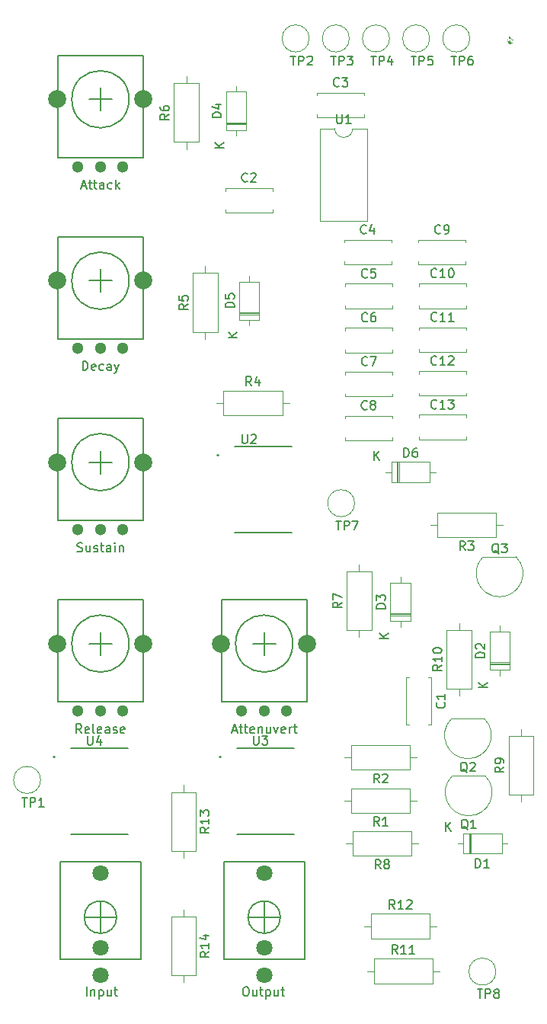
<source format=gbr>
%TF.GenerationSoftware,KiCad,Pcbnew,8.0.4*%
%TF.CreationDate,2024-08-28T23:32:37-04:00*%
%TF.ProjectId,adsr,61647372-2e6b-4696-9361-645f70636258,rev?*%
%TF.SameCoordinates,Original*%
%TF.FileFunction,Legend,Top*%
%TF.FilePolarity,Positive*%
%FSLAX46Y46*%
G04 Gerber Fmt 4.6, Leading zero omitted, Abs format (unit mm)*
G04 Created by KiCad (PCBNEW 8.0.4) date 2024-08-28 23:32:37*
%MOMM*%
%LPD*%
G01*
G04 APERTURE LIST*
%ADD10C,0.100000*%
%ADD11C,0.150000*%
%ADD12C,0.120000*%
%ADD13C,0.127000*%
%ADD14C,0.200000*%
%ADD15C,2.000000*%
%ADD16C,1.300000*%
%ADD17C,1.800000*%
G04 APERTURE END LIST*
D10*
G36*
X106436950Y-60934605D02*
G01*
X106563956Y-61072847D01*
X106594364Y-61112368D01*
X106609385Y-61132686D01*
X106628436Y-61158576D01*
X106658813Y-61197622D01*
X106672156Y-61210844D01*
X106712944Y-61220369D01*
X106793300Y-61220369D01*
X106812878Y-61268250D01*
X106825204Y-61316941D01*
X106830280Y-61366443D01*
X106830425Y-61376441D01*
X106827157Y-61425208D01*
X106817354Y-61474119D01*
X106801016Y-61523172D01*
X106796964Y-61533000D01*
X106694382Y-61533000D01*
X106658249Y-61571987D01*
X106620682Y-61605418D01*
X106576703Y-61636386D01*
X106541242Y-61655610D01*
X106502896Y-61658053D01*
X106452847Y-61651952D01*
X106423272Y-61643886D01*
X106398360Y-61658053D01*
X106368806Y-61658053D01*
X106320045Y-61652643D01*
X106277785Y-61625729D01*
X106267934Y-61589665D01*
X106269155Y-61579895D01*
X106302372Y-61579895D01*
X106302372Y-61583803D01*
X106333773Y-61622592D01*
X106368806Y-61626789D01*
X106391521Y-61626789D01*
X106504117Y-61579162D01*
X106496545Y-61567927D01*
X106464817Y-61529234D01*
X106463572Y-61528115D01*
X106365387Y-61579895D01*
X106302372Y-61579895D01*
X106269155Y-61579895D01*
X106269399Y-61577941D01*
X106221325Y-61561823D01*
X106196310Y-61516979D01*
X106195150Y-61500272D01*
X106195192Y-61499539D01*
X106226657Y-61499539D01*
X106254985Y-61540530D01*
X106307013Y-61548632D01*
X106358548Y-61548632D01*
X106489706Y-61477557D01*
X106484333Y-61471207D01*
X106445254Y-61442875D01*
X106339986Y-61486106D01*
X106228855Y-61486106D01*
X106226657Y-61499539D01*
X106195192Y-61499539D01*
X106196371Y-61479023D01*
X106154849Y-61456308D01*
X106140928Y-61416496D01*
X106141189Y-61415764D01*
X106177320Y-61415764D01*
X106198080Y-61445073D01*
X106246080Y-61454499D01*
X106261095Y-61454842D01*
X106333879Y-61454842D01*
X106460886Y-61403551D01*
X106421431Y-61371821D01*
X106403244Y-61365450D01*
X106300907Y-61407948D01*
X106264515Y-61407948D01*
X106214343Y-61403697D01*
X106186113Y-61394515D01*
X106177320Y-61415764D01*
X106141189Y-61415764D01*
X106155826Y-61374731D01*
X106128166Y-61331988D01*
X106118946Y-61284849D01*
X106120561Y-61278988D01*
X106153140Y-61278988D01*
X106165447Y-61327373D01*
X106181716Y-61348353D01*
X106224587Y-61373337D01*
X106251325Y-61376685D01*
X106293335Y-61376685D01*
X106417655Y-61323440D01*
X106379951Y-61290656D01*
X106342184Y-61282896D01*
X106310432Y-61288269D01*
X106265247Y-61303900D01*
X106232763Y-61305122D01*
X106200523Y-61267264D01*
X106256210Y-61267264D01*
X106300174Y-61255540D01*
X106336566Y-61251632D01*
X106386894Y-61260076D01*
X106431565Y-61288869D01*
X106462458Y-61332775D01*
X106465038Y-61338094D01*
X106441591Y-61348597D01*
X106481940Y-61377820D01*
X106508269Y-61417229D01*
X106481646Y-61427976D01*
X106519218Y-61462780D01*
X106540020Y-61493921D01*
X106497278Y-61514926D01*
X106532440Y-61552690D01*
X106553698Y-61592107D01*
X106469190Y-61626789D01*
X106504117Y-61626789D01*
X106530983Y-61626789D01*
X106574520Y-61599648D01*
X106613782Y-61569759D01*
X106652843Y-61532849D01*
X106679483Y-61501737D01*
X106774249Y-61501737D01*
X106788007Y-61452259D01*
X106794980Y-61401048D01*
X106795498Y-61383279D01*
X106792201Y-61333397D01*
X106782309Y-61284132D01*
X106772051Y-61251632D01*
X106720228Y-61250420D01*
X106670110Y-61243779D01*
X106663607Y-61241374D01*
X106627543Y-61208325D01*
X106597662Y-61169078D01*
X106566792Y-61128932D01*
X106544661Y-61100935D01*
X106406664Y-60953900D01*
X106379309Y-60827138D01*
X106334714Y-60852723D01*
X106311508Y-60898972D01*
X106310432Y-60914333D01*
X106321515Y-60962662D01*
X106333879Y-60986385D01*
X106342672Y-61001284D01*
X106366181Y-61044988D01*
X106384599Y-61092951D01*
X106395094Y-61144747D01*
X106396406Y-61170055D01*
X106397138Y-61189106D01*
X106372470Y-61189106D01*
X106321164Y-61190511D01*
X106271582Y-61195448D01*
X106222684Y-61206310D01*
X106208094Y-61211577D01*
X106166878Y-61239542D01*
X106153140Y-61278988D01*
X106120561Y-61278988D01*
X106132362Y-61236152D01*
X106169094Y-61199514D01*
X106180006Y-61192770D01*
X106226719Y-61172885D01*
X106277399Y-61161970D01*
X106329701Y-61157980D01*
X106342184Y-61157843D01*
X106359281Y-61157843D01*
X106349027Y-61108479D01*
X106331759Y-61060406D01*
X106321423Y-61038653D01*
X106310432Y-61019602D01*
X106288702Y-60973039D01*
X106275330Y-60924526D01*
X106274773Y-60914822D01*
X106283293Y-60863480D01*
X106312745Y-60820709D01*
X106357239Y-60795062D01*
X106382484Y-60787571D01*
X106402512Y-60782686D01*
X106436950Y-60934605D01*
G37*
D11*
X90433333Y-82659580D02*
X90385714Y-82707200D01*
X90385714Y-82707200D02*
X90242857Y-82754819D01*
X90242857Y-82754819D02*
X90147619Y-82754819D01*
X90147619Y-82754819D02*
X90004762Y-82707200D01*
X90004762Y-82707200D02*
X89909524Y-82611961D01*
X89909524Y-82611961D02*
X89861905Y-82516723D01*
X89861905Y-82516723D02*
X89814286Y-82326247D01*
X89814286Y-82326247D02*
X89814286Y-82183390D01*
X89814286Y-82183390D02*
X89861905Y-81992914D01*
X89861905Y-81992914D02*
X89909524Y-81897676D01*
X89909524Y-81897676D02*
X90004762Y-81802438D01*
X90004762Y-81802438D02*
X90147619Y-81754819D01*
X90147619Y-81754819D02*
X90242857Y-81754819D01*
X90242857Y-81754819D02*
X90385714Y-81802438D01*
X90385714Y-81802438D02*
X90433333Y-81850057D01*
X91290476Y-82088152D02*
X91290476Y-82754819D01*
X91052381Y-81707200D02*
X90814286Y-82421485D01*
X90814286Y-82421485D02*
X91433333Y-82421485D01*
X58804761Y-138254819D02*
X58471428Y-137778628D01*
X58233333Y-138254819D02*
X58233333Y-137254819D01*
X58233333Y-137254819D02*
X58614285Y-137254819D01*
X58614285Y-137254819D02*
X58709523Y-137302438D01*
X58709523Y-137302438D02*
X58757142Y-137350057D01*
X58757142Y-137350057D02*
X58804761Y-137445295D01*
X58804761Y-137445295D02*
X58804761Y-137588152D01*
X58804761Y-137588152D02*
X58757142Y-137683390D01*
X58757142Y-137683390D02*
X58709523Y-137731009D01*
X58709523Y-137731009D02*
X58614285Y-137778628D01*
X58614285Y-137778628D02*
X58233333Y-137778628D01*
X59614285Y-138207200D02*
X59519047Y-138254819D01*
X59519047Y-138254819D02*
X59328571Y-138254819D01*
X59328571Y-138254819D02*
X59233333Y-138207200D01*
X59233333Y-138207200D02*
X59185714Y-138111961D01*
X59185714Y-138111961D02*
X59185714Y-137731009D01*
X59185714Y-137731009D02*
X59233333Y-137635771D01*
X59233333Y-137635771D02*
X59328571Y-137588152D01*
X59328571Y-137588152D02*
X59519047Y-137588152D01*
X59519047Y-137588152D02*
X59614285Y-137635771D01*
X59614285Y-137635771D02*
X59661904Y-137731009D01*
X59661904Y-137731009D02*
X59661904Y-137826247D01*
X59661904Y-137826247D02*
X59185714Y-137921485D01*
X60233333Y-138254819D02*
X60138095Y-138207200D01*
X60138095Y-138207200D02*
X60090476Y-138111961D01*
X60090476Y-138111961D02*
X60090476Y-137254819D01*
X60995238Y-138207200D02*
X60900000Y-138254819D01*
X60900000Y-138254819D02*
X60709524Y-138254819D01*
X60709524Y-138254819D02*
X60614286Y-138207200D01*
X60614286Y-138207200D02*
X60566667Y-138111961D01*
X60566667Y-138111961D02*
X60566667Y-137731009D01*
X60566667Y-137731009D02*
X60614286Y-137635771D01*
X60614286Y-137635771D02*
X60709524Y-137588152D01*
X60709524Y-137588152D02*
X60900000Y-137588152D01*
X60900000Y-137588152D02*
X60995238Y-137635771D01*
X60995238Y-137635771D02*
X61042857Y-137731009D01*
X61042857Y-137731009D02*
X61042857Y-137826247D01*
X61042857Y-137826247D02*
X60566667Y-137921485D01*
X61900000Y-138254819D02*
X61900000Y-137731009D01*
X61900000Y-137731009D02*
X61852381Y-137635771D01*
X61852381Y-137635771D02*
X61757143Y-137588152D01*
X61757143Y-137588152D02*
X61566667Y-137588152D01*
X61566667Y-137588152D02*
X61471429Y-137635771D01*
X61900000Y-138207200D02*
X61804762Y-138254819D01*
X61804762Y-138254819D02*
X61566667Y-138254819D01*
X61566667Y-138254819D02*
X61471429Y-138207200D01*
X61471429Y-138207200D02*
X61423810Y-138111961D01*
X61423810Y-138111961D02*
X61423810Y-138016723D01*
X61423810Y-138016723D02*
X61471429Y-137921485D01*
X61471429Y-137921485D02*
X61566667Y-137873866D01*
X61566667Y-137873866D02*
X61804762Y-137873866D01*
X61804762Y-137873866D02*
X61900000Y-137826247D01*
X62328572Y-138207200D02*
X62423810Y-138254819D01*
X62423810Y-138254819D02*
X62614286Y-138254819D01*
X62614286Y-138254819D02*
X62709524Y-138207200D01*
X62709524Y-138207200D02*
X62757143Y-138111961D01*
X62757143Y-138111961D02*
X62757143Y-138064342D01*
X62757143Y-138064342D02*
X62709524Y-137969104D01*
X62709524Y-137969104D02*
X62614286Y-137921485D01*
X62614286Y-137921485D02*
X62471429Y-137921485D01*
X62471429Y-137921485D02*
X62376191Y-137873866D01*
X62376191Y-137873866D02*
X62328572Y-137778628D01*
X62328572Y-137778628D02*
X62328572Y-137731009D01*
X62328572Y-137731009D02*
X62376191Y-137635771D01*
X62376191Y-137635771D02*
X62471429Y-137588152D01*
X62471429Y-137588152D02*
X62614286Y-137588152D01*
X62614286Y-137588152D02*
X62709524Y-137635771D01*
X63566667Y-138207200D02*
X63471429Y-138254819D01*
X63471429Y-138254819D02*
X63280953Y-138254819D01*
X63280953Y-138254819D02*
X63185715Y-138207200D01*
X63185715Y-138207200D02*
X63138096Y-138111961D01*
X63138096Y-138111961D02*
X63138096Y-137731009D01*
X63138096Y-137731009D02*
X63185715Y-137635771D01*
X63185715Y-137635771D02*
X63280953Y-137588152D01*
X63280953Y-137588152D02*
X63471429Y-137588152D01*
X63471429Y-137588152D02*
X63566667Y-137635771D01*
X63566667Y-137635771D02*
X63614286Y-137731009D01*
X63614286Y-137731009D02*
X63614286Y-137826247D01*
X63614286Y-137826247D02*
X63138096Y-137921485D01*
X91883333Y-148564819D02*
X91550000Y-148088628D01*
X91311905Y-148564819D02*
X91311905Y-147564819D01*
X91311905Y-147564819D02*
X91692857Y-147564819D01*
X91692857Y-147564819D02*
X91788095Y-147612438D01*
X91788095Y-147612438D02*
X91835714Y-147660057D01*
X91835714Y-147660057D02*
X91883333Y-147755295D01*
X91883333Y-147755295D02*
X91883333Y-147898152D01*
X91883333Y-147898152D02*
X91835714Y-147993390D01*
X91835714Y-147993390D02*
X91788095Y-148041009D01*
X91788095Y-148041009D02*
X91692857Y-148088628D01*
X91692857Y-148088628D02*
X91311905Y-148088628D01*
X92835714Y-148564819D02*
X92264286Y-148564819D01*
X92550000Y-148564819D02*
X92550000Y-147564819D01*
X92550000Y-147564819D02*
X92454762Y-147707676D01*
X92454762Y-147707676D02*
X92359524Y-147802914D01*
X92359524Y-147802914D02*
X92264286Y-147850533D01*
X76653095Y-105037819D02*
X76653095Y-105847342D01*
X76653095Y-105847342D02*
X76700714Y-105942580D01*
X76700714Y-105942580D02*
X76748333Y-105990200D01*
X76748333Y-105990200D02*
X76843571Y-106037819D01*
X76843571Y-106037819D02*
X77034047Y-106037819D01*
X77034047Y-106037819D02*
X77129285Y-105990200D01*
X77129285Y-105990200D02*
X77176904Y-105942580D01*
X77176904Y-105942580D02*
X77224523Y-105847342D01*
X77224523Y-105847342D02*
X77224523Y-105037819D01*
X77653095Y-105133057D02*
X77700714Y-105085438D01*
X77700714Y-105085438D02*
X77795952Y-105037819D01*
X77795952Y-105037819D02*
X78034047Y-105037819D01*
X78034047Y-105037819D02*
X78129285Y-105085438D01*
X78129285Y-105085438D02*
X78176904Y-105133057D01*
X78176904Y-105133057D02*
X78224523Y-105228295D01*
X78224523Y-105228295D02*
X78224523Y-105323533D01*
X78224523Y-105323533D02*
X78176904Y-105466390D01*
X78176904Y-105466390D02*
X77605476Y-106037819D01*
X77605476Y-106037819D02*
X78224523Y-106037819D01*
X87178095Y-69504819D02*
X87178095Y-70314342D01*
X87178095Y-70314342D02*
X87225714Y-70409580D01*
X87225714Y-70409580D02*
X87273333Y-70457200D01*
X87273333Y-70457200D02*
X87368571Y-70504819D01*
X87368571Y-70504819D02*
X87559047Y-70504819D01*
X87559047Y-70504819D02*
X87654285Y-70457200D01*
X87654285Y-70457200D02*
X87701904Y-70409580D01*
X87701904Y-70409580D02*
X87749523Y-70314342D01*
X87749523Y-70314342D02*
X87749523Y-69504819D01*
X88749523Y-70504819D02*
X88178095Y-70504819D01*
X88463809Y-70504819D02*
X88463809Y-69504819D01*
X88463809Y-69504819D02*
X88368571Y-69647676D01*
X88368571Y-69647676D02*
X88273333Y-69742914D01*
X88273333Y-69742914D02*
X88178095Y-69790533D01*
X92033333Y-153324819D02*
X91700000Y-152848628D01*
X91461905Y-153324819D02*
X91461905Y-152324819D01*
X91461905Y-152324819D02*
X91842857Y-152324819D01*
X91842857Y-152324819D02*
X91938095Y-152372438D01*
X91938095Y-152372438D02*
X91985714Y-152420057D01*
X91985714Y-152420057D02*
X92033333Y-152515295D01*
X92033333Y-152515295D02*
X92033333Y-152658152D01*
X92033333Y-152658152D02*
X91985714Y-152753390D01*
X91985714Y-152753390D02*
X91938095Y-152801009D01*
X91938095Y-152801009D02*
X91842857Y-152848628D01*
X91842857Y-152848628D02*
X91461905Y-152848628D01*
X92604762Y-152753390D02*
X92509524Y-152705771D01*
X92509524Y-152705771D02*
X92461905Y-152658152D01*
X92461905Y-152658152D02*
X92414286Y-152562914D01*
X92414286Y-152562914D02*
X92414286Y-152515295D01*
X92414286Y-152515295D02*
X92461905Y-152420057D01*
X92461905Y-152420057D02*
X92509524Y-152372438D01*
X92509524Y-152372438D02*
X92604762Y-152324819D01*
X92604762Y-152324819D02*
X92795238Y-152324819D01*
X92795238Y-152324819D02*
X92890476Y-152372438D01*
X92890476Y-152372438D02*
X92938095Y-152420057D01*
X92938095Y-152420057D02*
X92985714Y-152515295D01*
X92985714Y-152515295D02*
X92985714Y-152562914D01*
X92985714Y-152562914D02*
X92938095Y-152658152D01*
X92938095Y-152658152D02*
X92890476Y-152705771D01*
X92890476Y-152705771D02*
X92795238Y-152753390D01*
X92795238Y-152753390D02*
X92604762Y-152753390D01*
X92604762Y-152753390D02*
X92509524Y-152801009D01*
X92509524Y-152801009D02*
X92461905Y-152848628D01*
X92461905Y-152848628D02*
X92414286Y-152943866D01*
X92414286Y-152943866D02*
X92414286Y-153134342D01*
X92414286Y-153134342D02*
X92461905Y-153229580D01*
X92461905Y-153229580D02*
X92509524Y-153277200D01*
X92509524Y-153277200D02*
X92604762Y-153324819D01*
X92604762Y-153324819D02*
X92795238Y-153324819D01*
X92795238Y-153324819D02*
X92890476Y-153277200D01*
X92890476Y-153277200D02*
X92938095Y-153229580D01*
X92938095Y-153229580D02*
X92985714Y-153134342D01*
X92985714Y-153134342D02*
X92985714Y-152943866D01*
X92985714Y-152943866D02*
X92938095Y-152848628D01*
X92938095Y-152848628D02*
X92890476Y-152801009D01*
X92890476Y-152801009D02*
X92795238Y-152753390D01*
X87734819Y-123716666D02*
X87258628Y-124049999D01*
X87734819Y-124288094D02*
X86734819Y-124288094D01*
X86734819Y-124288094D02*
X86734819Y-123907142D01*
X86734819Y-123907142D02*
X86782438Y-123811904D01*
X86782438Y-123811904D02*
X86830057Y-123764285D01*
X86830057Y-123764285D02*
X86925295Y-123716666D01*
X86925295Y-123716666D02*
X87068152Y-123716666D01*
X87068152Y-123716666D02*
X87163390Y-123764285D01*
X87163390Y-123764285D02*
X87211009Y-123811904D01*
X87211009Y-123811904D02*
X87258628Y-123907142D01*
X87258628Y-123907142D02*
X87258628Y-124288094D01*
X86734819Y-123383332D02*
X86734819Y-122716666D01*
X86734819Y-122716666D02*
X87734819Y-123145237D01*
X98257142Y-102109580D02*
X98209523Y-102157200D01*
X98209523Y-102157200D02*
X98066666Y-102204819D01*
X98066666Y-102204819D02*
X97971428Y-102204819D01*
X97971428Y-102204819D02*
X97828571Y-102157200D01*
X97828571Y-102157200D02*
X97733333Y-102061961D01*
X97733333Y-102061961D02*
X97685714Y-101966723D01*
X97685714Y-101966723D02*
X97638095Y-101776247D01*
X97638095Y-101776247D02*
X97638095Y-101633390D01*
X97638095Y-101633390D02*
X97685714Y-101442914D01*
X97685714Y-101442914D02*
X97733333Y-101347676D01*
X97733333Y-101347676D02*
X97828571Y-101252438D01*
X97828571Y-101252438D02*
X97971428Y-101204819D01*
X97971428Y-101204819D02*
X98066666Y-101204819D01*
X98066666Y-101204819D02*
X98209523Y-101252438D01*
X98209523Y-101252438D02*
X98257142Y-101300057D01*
X99209523Y-102204819D02*
X98638095Y-102204819D01*
X98923809Y-102204819D02*
X98923809Y-101204819D01*
X98923809Y-101204819D02*
X98828571Y-101347676D01*
X98828571Y-101347676D02*
X98733333Y-101442914D01*
X98733333Y-101442914D02*
X98638095Y-101490533D01*
X99542857Y-101204819D02*
X100161904Y-101204819D01*
X100161904Y-101204819D02*
X99828571Y-101585771D01*
X99828571Y-101585771D02*
X99971428Y-101585771D01*
X99971428Y-101585771D02*
X100066666Y-101633390D01*
X100066666Y-101633390D02*
X100114285Y-101681009D01*
X100114285Y-101681009D02*
X100161904Y-101776247D01*
X100161904Y-101776247D02*
X100161904Y-102014342D01*
X100161904Y-102014342D02*
X100114285Y-102109580D01*
X100114285Y-102109580D02*
X100066666Y-102157200D01*
X100066666Y-102157200D02*
X99971428Y-102204819D01*
X99971428Y-102204819D02*
X99685714Y-102204819D01*
X99685714Y-102204819D02*
X99590476Y-102157200D01*
X99590476Y-102157200D02*
X99542857Y-102109580D01*
X105184761Y-118300057D02*
X105089523Y-118252438D01*
X105089523Y-118252438D02*
X104994285Y-118157200D01*
X104994285Y-118157200D02*
X104851428Y-118014342D01*
X104851428Y-118014342D02*
X104756190Y-117966723D01*
X104756190Y-117966723D02*
X104660952Y-117966723D01*
X104708571Y-118204819D02*
X104613333Y-118157200D01*
X104613333Y-118157200D02*
X104518095Y-118061961D01*
X104518095Y-118061961D02*
X104470476Y-117871485D01*
X104470476Y-117871485D02*
X104470476Y-117538152D01*
X104470476Y-117538152D02*
X104518095Y-117347676D01*
X104518095Y-117347676D02*
X104613333Y-117252438D01*
X104613333Y-117252438D02*
X104708571Y-117204819D01*
X104708571Y-117204819D02*
X104899047Y-117204819D01*
X104899047Y-117204819D02*
X104994285Y-117252438D01*
X104994285Y-117252438D02*
X105089523Y-117347676D01*
X105089523Y-117347676D02*
X105137142Y-117538152D01*
X105137142Y-117538152D02*
X105137142Y-117871485D01*
X105137142Y-117871485D02*
X105089523Y-118061961D01*
X105089523Y-118061961D02*
X104994285Y-118157200D01*
X104994285Y-118157200D02*
X104899047Y-118204819D01*
X104899047Y-118204819D02*
X104708571Y-118204819D01*
X105470476Y-117204819D02*
X106089523Y-117204819D01*
X106089523Y-117204819D02*
X105756190Y-117585771D01*
X105756190Y-117585771D02*
X105899047Y-117585771D01*
X105899047Y-117585771D02*
X105994285Y-117633390D01*
X105994285Y-117633390D02*
X106041904Y-117681009D01*
X106041904Y-117681009D02*
X106089523Y-117776247D01*
X106089523Y-117776247D02*
X106089523Y-118014342D01*
X106089523Y-118014342D02*
X106041904Y-118109580D01*
X106041904Y-118109580D02*
X105994285Y-118157200D01*
X105994285Y-118157200D02*
X105899047Y-118204819D01*
X105899047Y-118204819D02*
X105613333Y-118204819D01*
X105613333Y-118204819D02*
X105518095Y-118157200D01*
X105518095Y-118157200D02*
X105470476Y-118109580D01*
X90563333Y-87547080D02*
X90515714Y-87594700D01*
X90515714Y-87594700D02*
X90372857Y-87642319D01*
X90372857Y-87642319D02*
X90277619Y-87642319D01*
X90277619Y-87642319D02*
X90134762Y-87594700D01*
X90134762Y-87594700D02*
X90039524Y-87499461D01*
X90039524Y-87499461D02*
X89991905Y-87404223D01*
X89991905Y-87404223D02*
X89944286Y-87213747D01*
X89944286Y-87213747D02*
X89944286Y-87070890D01*
X89944286Y-87070890D02*
X89991905Y-86880414D01*
X89991905Y-86880414D02*
X90039524Y-86785176D01*
X90039524Y-86785176D02*
X90134762Y-86689938D01*
X90134762Y-86689938D02*
X90277619Y-86642319D01*
X90277619Y-86642319D02*
X90372857Y-86642319D01*
X90372857Y-86642319D02*
X90515714Y-86689938D01*
X90515714Y-86689938D02*
X90563333Y-86737557D01*
X91468095Y-86642319D02*
X90991905Y-86642319D01*
X90991905Y-86642319D02*
X90944286Y-87118509D01*
X90944286Y-87118509D02*
X90991905Y-87070890D01*
X90991905Y-87070890D02*
X91087143Y-87023271D01*
X91087143Y-87023271D02*
X91325238Y-87023271D01*
X91325238Y-87023271D02*
X91420476Y-87070890D01*
X91420476Y-87070890D02*
X91468095Y-87118509D01*
X91468095Y-87118509D02*
X91515714Y-87213747D01*
X91515714Y-87213747D02*
X91515714Y-87451842D01*
X91515714Y-87451842D02*
X91468095Y-87547080D01*
X91468095Y-87547080D02*
X91420476Y-87594700D01*
X91420476Y-87594700D02*
X91325238Y-87642319D01*
X91325238Y-87642319D02*
X91087143Y-87642319D01*
X91087143Y-87642319D02*
X90991905Y-87594700D01*
X90991905Y-87594700D02*
X90944286Y-87547080D01*
X99119580Y-134856666D02*
X99167200Y-134904285D01*
X99167200Y-134904285D02*
X99214819Y-135047142D01*
X99214819Y-135047142D02*
X99214819Y-135142380D01*
X99214819Y-135142380D02*
X99167200Y-135285237D01*
X99167200Y-135285237D02*
X99071961Y-135380475D01*
X99071961Y-135380475D02*
X98976723Y-135428094D01*
X98976723Y-135428094D02*
X98786247Y-135475713D01*
X98786247Y-135475713D02*
X98643390Y-135475713D01*
X98643390Y-135475713D02*
X98452914Y-135428094D01*
X98452914Y-135428094D02*
X98357676Y-135380475D01*
X98357676Y-135380475D02*
X98262438Y-135285237D01*
X98262438Y-135285237D02*
X98214819Y-135142380D01*
X98214819Y-135142380D02*
X98214819Y-135047142D01*
X98214819Y-135047142D02*
X98262438Y-134904285D01*
X98262438Y-134904285D02*
X98310057Y-134856666D01*
X99214819Y-133904285D02*
X99214819Y-134475713D01*
X99214819Y-134189999D02*
X98214819Y-134189999D01*
X98214819Y-134189999D02*
X98357676Y-134285237D01*
X98357676Y-134285237D02*
X98452914Y-134380475D01*
X98452914Y-134380475D02*
X98500533Y-134475713D01*
X58804761Y-77481604D02*
X59280951Y-77481604D01*
X58709523Y-77767319D02*
X59042856Y-76767319D01*
X59042856Y-76767319D02*
X59376189Y-77767319D01*
X59566666Y-77100652D02*
X59947618Y-77100652D01*
X59709523Y-76767319D02*
X59709523Y-77624461D01*
X59709523Y-77624461D02*
X59757142Y-77719700D01*
X59757142Y-77719700D02*
X59852380Y-77767319D01*
X59852380Y-77767319D02*
X59947618Y-77767319D01*
X60138095Y-77100652D02*
X60519047Y-77100652D01*
X60280952Y-76767319D02*
X60280952Y-77624461D01*
X60280952Y-77624461D02*
X60328571Y-77719700D01*
X60328571Y-77719700D02*
X60423809Y-77767319D01*
X60423809Y-77767319D02*
X60519047Y-77767319D01*
X61280952Y-77767319D02*
X61280952Y-77243509D01*
X61280952Y-77243509D02*
X61233333Y-77148271D01*
X61233333Y-77148271D02*
X61138095Y-77100652D01*
X61138095Y-77100652D02*
X60947619Y-77100652D01*
X60947619Y-77100652D02*
X60852381Y-77148271D01*
X61280952Y-77719700D02*
X61185714Y-77767319D01*
X61185714Y-77767319D02*
X60947619Y-77767319D01*
X60947619Y-77767319D02*
X60852381Y-77719700D01*
X60852381Y-77719700D02*
X60804762Y-77624461D01*
X60804762Y-77624461D02*
X60804762Y-77529223D01*
X60804762Y-77529223D02*
X60852381Y-77433985D01*
X60852381Y-77433985D02*
X60947619Y-77386366D01*
X60947619Y-77386366D02*
X61185714Y-77386366D01*
X61185714Y-77386366D02*
X61280952Y-77338747D01*
X62185714Y-77719700D02*
X62090476Y-77767319D01*
X62090476Y-77767319D02*
X61900000Y-77767319D01*
X61900000Y-77767319D02*
X61804762Y-77719700D01*
X61804762Y-77719700D02*
X61757143Y-77672080D01*
X61757143Y-77672080D02*
X61709524Y-77576842D01*
X61709524Y-77576842D02*
X61709524Y-77291128D01*
X61709524Y-77291128D02*
X61757143Y-77195890D01*
X61757143Y-77195890D02*
X61804762Y-77148271D01*
X61804762Y-77148271D02*
X61900000Y-77100652D01*
X61900000Y-77100652D02*
X62090476Y-77100652D01*
X62090476Y-77100652D02*
X62185714Y-77148271D01*
X62614286Y-77767319D02*
X62614286Y-76767319D01*
X62709524Y-77386366D02*
X62995238Y-77767319D01*
X62995238Y-77100652D02*
X62614286Y-77481604D01*
X77233333Y-76909580D02*
X77185714Y-76957200D01*
X77185714Y-76957200D02*
X77042857Y-77004819D01*
X77042857Y-77004819D02*
X76947619Y-77004819D01*
X76947619Y-77004819D02*
X76804762Y-76957200D01*
X76804762Y-76957200D02*
X76709524Y-76861961D01*
X76709524Y-76861961D02*
X76661905Y-76766723D01*
X76661905Y-76766723D02*
X76614286Y-76576247D01*
X76614286Y-76576247D02*
X76614286Y-76433390D01*
X76614286Y-76433390D02*
X76661905Y-76242914D01*
X76661905Y-76242914D02*
X76709524Y-76147676D01*
X76709524Y-76147676D02*
X76804762Y-76052438D01*
X76804762Y-76052438D02*
X76947619Y-76004819D01*
X76947619Y-76004819D02*
X77042857Y-76004819D01*
X77042857Y-76004819D02*
X77185714Y-76052438D01*
X77185714Y-76052438D02*
X77233333Y-76100057D01*
X77614286Y-76100057D02*
X77661905Y-76052438D01*
X77661905Y-76052438D02*
X77757143Y-76004819D01*
X77757143Y-76004819D02*
X77995238Y-76004819D01*
X77995238Y-76004819D02*
X78090476Y-76052438D01*
X78090476Y-76052438D02*
X78138095Y-76100057D01*
X78138095Y-76100057D02*
X78185714Y-76195295D01*
X78185714Y-76195295D02*
X78185714Y-76290533D01*
X78185714Y-76290533D02*
X78138095Y-76433390D01*
X78138095Y-76433390D02*
X77566667Y-77004819D01*
X77566667Y-77004819D02*
X78185714Y-77004819D01*
X98844819Y-130682857D02*
X98368628Y-131016190D01*
X98844819Y-131254285D02*
X97844819Y-131254285D01*
X97844819Y-131254285D02*
X97844819Y-130873333D01*
X97844819Y-130873333D02*
X97892438Y-130778095D01*
X97892438Y-130778095D02*
X97940057Y-130730476D01*
X97940057Y-130730476D02*
X98035295Y-130682857D01*
X98035295Y-130682857D02*
X98178152Y-130682857D01*
X98178152Y-130682857D02*
X98273390Y-130730476D01*
X98273390Y-130730476D02*
X98321009Y-130778095D01*
X98321009Y-130778095D02*
X98368628Y-130873333D01*
X98368628Y-130873333D02*
X98368628Y-131254285D01*
X98844819Y-129730476D02*
X98844819Y-130301904D01*
X98844819Y-130016190D02*
X97844819Y-130016190D01*
X97844819Y-130016190D02*
X97987676Y-130111428D01*
X97987676Y-130111428D02*
X98082914Y-130206666D01*
X98082914Y-130206666D02*
X98130533Y-130301904D01*
X97844819Y-129111428D02*
X97844819Y-129016190D01*
X97844819Y-129016190D02*
X97892438Y-128920952D01*
X97892438Y-128920952D02*
X97940057Y-128873333D01*
X97940057Y-128873333D02*
X98035295Y-128825714D01*
X98035295Y-128825714D02*
X98225771Y-128778095D01*
X98225771Y-128778095D02*
X98463866Y-128778095D01*
X98463866Y-128778095D02*
X98654342Y-128825714D01*
X98654342Y-128825714D02*
X98749580Y-128873333D01*
X98749580Y-128873333D02*
X98797200Y-128920952D01*
X98797200Y-128920952D02*
X98844819Y-129016190D01*
X98844819Y-129016190D02*
X98844819Y-129111428D01*
X98844819Y-129111428D02*
X98797200Y-129206666D01*
X98797200Y-129206666D02*
X98749580Y-129254285D01*
X98749580Y-129254285D02*
X98654342Y-129301904D01*
X98654342Y-129301904D02*
X98463866Y-129349523D01*
X98463866Y-129349523D02*
X98225771Y-129349523D01*
X98225771Y-129349523D02*
X98035295Y-129301904D01*
X98035295Y-129301904D02*
X97940057Y-129254285D01*
X97940057Y-129254285D02*
X97892438Y-129206666D01*
X97892438Y-129206666D02*
X97844819Y-129111428D01*
X87433333Y-66309580D02*
X87385714Y-66357200D01*
X87385714Y-66357200D02*
X87242857Y-66404819D01*
X87242857Y-66404819D02*
X87147619Y-66404819D01*
X87147619Y-66404819D02*
X87004762Y-66357200D01*
X87004762Y-66357200D02*
X86909524Y-66261961D01*
X86909524Y-66261961D02*
X86861905Y-66166723D01*
X86861905Y-66166723D02*
X86814286Y-65976247D01*
X86814286Y-65976247D02*
X86814286Y-65833390D01*
X86814286Y-65833390D02*
X86861905Y-65642914D01*
X86861905Y-65642914D02*
X86909524Y-65547676D01*
X86909524Y-65547676D02*
X87004762Y-65452438D01*
X87004762Y-65452438D02*
X87147619Y-65404819D01*
X87147619Y-65404819D02*
X87242857Y-65404819D01*
X87242857Y-65404819D02*
X87385714Y-65452438D01*
X87385714Y-65452438D02*
X87433333Y-65500057D01*
X87766667Y-65404819D02*
X88385714Y-65404819D01*
X88385714Y-65404819D02*
X88052381Y-65785771D01*
X88052381Y-65785771D02*
X88195238Y-65785771D01*
X88195238Y-65785771D02*
X88290476Y-65833390D01*
X88290476Y-65833390D02*
X88338095Y-65881009D01*
X88338095Y-65881009D02*
X88385714Y-65976247D01*
X88385714Y-65976247D02*
X88385714Y-66214342D01*
X88385714Y-66214342D02*
X88338095Y-66309580D01*
X88338095Y-66309580D02*
X88290476Y-66357200D01*
X88290476Y-66357200D02*
X88195238Y-66404819D01*
X88195238Y-66404819D02*
X87909524Y-66404819D01*
X87909524Y-66404819D02*
X87814286Y-66357200D01*
X87814286Y-66357200D02*
X87766667Y-66309580D01*
X58947619Y-97929819D02*
X58947619Y-96929819D01*
X58947619Y-96929819D02*
X59185714Y-96929819D01*
X59185714Y-96929819D02*
X59328571Y-96977438D01*
X59328571Y-96977438D02*
X59423809Y-97072676D01*
X59423809Y-97072676D02*
X59471428Y-97167914D01*
X59471428Y-97167914D02*
X59519047Y-97358390D01*
X59519047Y-97358390D02*
X59519047Y-97501247D01*
X59519047Y-97501247D02*
X59471428Y-97691723D01*
X59471428Y-97691723D02*
X59423809Y-97786961D01*
X59423809Y-97786961D02*
X59328571Y-97882200D01*
X59328571Y-97882200D02*
X59185714Y-97929819D01*
X59185714Y-97929819D02*
X58947619Y-97929819D01*
X60328571Y-97882200D02*
X60233333Y-97929819D01*
X60233333Y-97929819D02*
X60042857Y-97929819D01*
X60042857Y-97929819D02*
X59947619Y-97882200D01*
X59947619Y-97882200D02*
X59900000Y-97786961D01*
X59900000Y-97786961D02*
X59900000Y-97406009D01*
X59900000Y-97406009D02*
X59947619Y-97310771D01*
X59947619Y-97310771D02*
X60042857Y-97263152D01*
X60042857Y-97263152D02*
X60233333Y-97263152D01*
X60233333Y-97263152D02*
X60328571Y-97310771D01*
X60328571Y-97310771D02*
X60376190Y-97406009D01*
X60376190Y-97406009D02*
X60376190Y-97501247D01*
X60376190Y-97501247D02*
X59900000Y-97596485D01*
X61233333Y-97882200D02*
X61138095Y-97929819D01*
X61138095Y-97929819D02*
X60947619Y-97929819D01*
X60947619Y-97929819D02*
X60852381Y-97882200D01*
X60852381Y-97882200D02*
X60804762Y-97834580D01*
X60804762Y-97834580D02*
X60757143Y-97739342D01*
X60757143Y-97739342D02*
X60757143Y-97453628D01*
X60757143Y-97453628D02*
X60804762Y-97358390D01*
X60804762Y-97358390D02*
X60852381Y-97310771D01*
X60852381Y-97310771D02*
X60947619Y-97263152D01*
X60947619Y-97263152D02*
X61138095Y-97263152D01*
X61138095Y-97263152D02*
X61233333Y-97310771D01*
X62090476Y-97929819D02*
X62090476Y-97406009D01*
X62090476Y-97406009D02*
X62042857Y-97310771D01*
X62042857Y-97310771D02*
X61947619Y-97263152D01*
X61947619Y-97263152D02*
X61757143Y-97263152D01*
X61757143Y-97263152D02*
X61661905Y-97310771D01*
X62090476Y-97882200D02*
X61995238Y-97929819D01*
X61995238Y-97929819D02*
X61757143Y-97929819D01*
X61757143Y-97929819D02*
X61661905Y-97882200D01*
X61661905Y-97882200D02*
X61614286Y-97786961D01*
X61614286Y-97786961D02*
X61614286Y-97691723D01*
X61614286Y-97691723D02*
X61661905Y-97596485D01*
X61661905Y-97596485D02*
X61757143Y-97548866D01*
X61757143Y-97548866D02*
X61995238Y-97548866D01*
X61995238Y-97548866D02*
X62090476Y-97501247D01*
X62471429Y-97263152D02*
X62709524Y-97929819D01*
X62947619Y-97263152D02*
X62709524Y-97929819D01*
X62709524Y-97929819D02*
X62614286Y-98167914D01*
X62614286Y-98167914D02*
X62566667Y-98215533D01*
X62566667Y-98215533D02*
X62471429Y-98263152D01*
X90963095Y-63004819D02*
X91534523Y-63004819D01*
X91248809Y-64004819D02*
X91248809Y-63004819D01*
X91867857Y-64004819D02*
X91867857Y-63004819D01*
X91867857Y-63004819D02*
X92248809Y-63004819D01*
X92248809Y-63004819D02*
X92344047Y-63052438D01*
X92344047Y-63052438D02*
X92391666Y-63100057D01*
X92391666Y-63100057D02*
X92439285Y-63195295D01*
X92439285Y-63195295D02*
X92439285Y-63338152D01*
X92439285Y-63338152D02*
X92391666Y-63433390D01*
X92391666Y-63433390D02*
X92344047Y-63481009D01*
X92344047Y-63481009D02*
X92248809Y-63528628D01*
X92248809Y-63528628D02*
X91867857Y-63528628D01*
X93296428Y-63338152D02*
X93296428Y-64004819D01*
X93058333Y-62957200D02*
X92820238Y-63671485D01*
X92820238Y-63671485D02*
X93439285Y-63671485D01*
X76976190Y-166454819D02*
X77166666Y-166454819D01*
X77166666Y-166454819D02*
X77261904Y-166502438D01*
X77261904Y-166502438D02*
X77357142Y-166597676D01*
X77357142Y-166597676D02*
X77404761Y-166788152D01*
X77404761Y-166788152D02*
X77404761Y-167121485D01*
X77404761Y-167121485D02*
X77357142Y-167311961D01*
X77357142Y-167311961D02*
X77261904Y-167407200D01*
X77261904Y-167407200D02*
X77166666Y-167454819D01*
X77166666Y-167454819D02*
X76976190Y-167454819D01*
X76976190Y-167454819D02*
X76880952Y-167407200D01*
X76880952Y-167407200D02*
X76785714Y-167311961D01*
X76785714Y-167311961D02*
X76738095Y-167121485D01*
X76738095Y-167121485D02*
X76738095Y-166788152D01*
X76738095Y-166788152D02*
X76785714Y-166597676D01*
X76785714Y-166597676D02*
X76880952Y-166502438D01*
X76880952Y-166502438D02*
X76976190Y-166454819D01*
X78261904Y-166788152D02*
X78261904Y-167454819D01*
X77833333Y-166788152D02*
X77833333Y-167311961D01*
X77833333Y-167311961D02*
X77880952Y-167407200D01*
X77880952Y-167407200D02*
X77976190Y-167454819D01*
X77976190Y-167454819D02*
X78119047Y-167454819D01*
X78119047Y-167454819D02*
X78214285Y-167407200D01*
X78214285Y-167407200D02*
X78261904Y-167359580D01*
X78595238Y-166788152D02*
X78976190Y-166788152D01*
X78738095Y-166454819D02*
X78738095Y-167311961D01*
X78738095Y-167311961D02*
X78785714Y-167407200D01*
X78785714Y-167407200D02*
X78880952Y-167454819D01*
X78880952Y-167454819D02*
X78976190Y-167454819D01*
X79309524Y-166788152D02*
X79309524Y-167788152D01*
X79309524Y-166835771D02*
X79404762Y-166788152D01*
X79404762Y-166788152D02*
X79595238Y-166788152D01*
X79595238Y-166788152D02*
X79690476Y-166835771D01*
X79690476Y-166835771D02*
X79738095Y-166883390D01*
X79738095Y-166883390D02*
X79785714Y-166978628D01*
X79785714Y-166978628D02*
X79785714Y-167264342D01*
X79785714Y-167264342D02*
X79738095Y-167359580D01*
X79738095Y-167359580D02*
X79690476Y-167407200D01*
X79690476Y-167407200D02*
X79595238Y-167454819D01*
X79595238Y-167454819D02*
X79404762Y-167454819D01*
X79404762Y-167454819D02*
X79309524Y-167407200D01*
X80642857Y-166788152D02*
X80642857Y-167454819D01*
X80214286Y-166788152D02*
X80214286Y-167311961D01*
X80214286Y-167311961D02*
X80261905Y-167407200D01*
X80261905Y-167407200D02*
X80357143Y-167454819D01*
X80357143Y-167454819D02*
X80500000Y-167454819D01*
X80500000Y-167454819D02*
X80595238Y-167407200D01*
X80595238Y-167407200D02*
X80642857Y-167359580D01*
X80976191Y-166788152D02*
X81357143Y-166788152D01*
X81119048Y-166454819D02*
X81119048Y-167311961D01*
X81119048Y-167311961D02*
X81166667Y-167407200D01*
X81166667Y-167407200D02*
X81261905Y-167454819D01*
X81261905Y-167454819D02*
X81357143Y-167454819D01*
X90563333Y-92434580D02*
X90515714Y-92482200D01*
X90515714Y-92482200D02*
X90372857Y-92529819D01*
X90372857Y-92529819D02*
X90277619Y-92529819D01*
X90277619Y-92529819D02*
X90134762Y-92482200D01*
X90134762Y-92482200D02*
X90039524Y-92386961D01*
X90039524Y-92386961D02*
X89991905Y-92291723D01*
X89991905Y-92291723D02*
X89944286Y-92101247D01*
X89944286Y-92101247D02*
X89944286Y-91958390D01*
X89944286Y-91958390D02*
X89991905Y-91767914D01*
X89991905Y-91767914D02*
X90039524Y-91672676D01*
X90039524Y-91672676D02*
X90134762Y-91577438D01*
X90134762Y-91577438D02*
X90277619Y-91529819D01*
X90277619Y-91529819D02*
X90372857Y-91529819D01*
X90372857Y-91529819D02*
X90515714Y-91577438D01*
X90515714Y-91577438D02*
X90563333Y-91625057D01*
X91420476Y-91529819D02*
X91230000Y-91529819D01*
X91230000Y-91529819D02*
X91134762Y-91577438D01*
X91134762Y-91577438D02*
X91087143Y-91625057D01*
X91087143Y-91625057D02*
X90991905Y-91767914D01*
X90991905Y-91767914D02*
X90944286Y-91958390D01*
X90944286Y-91958390D02*
X90944286Y-92339342D01*
X90944286Y-92339342D02*
X90991905Y-92434580D01*
X90991905Y-92434580D02*
X91039524Y-92482200D01*
X91039524Y-92482200D02*
X91134762Y-92529819D01*
X91134762Y-92529819D02*
X91325238Y-92529819D01*
X91325238Y-92529819D02*
X91420476Y-92482200D01*
X91420476Y-92482200D02*
X91468095Y-92434580D01*
X91468095Y-92434580D02*
X91515714Y-92339342D01*
X91515714Y-92339342D02*
X91515714Y-92101247D01*
X91515714Y-92101247D02*
X91468095Y-92006009D01*
X91468095Y-92006009D02*
X91420476Y-91958390D01*
X91420476Y-91958390D02*
X91325238Y-91910771D01*
X91325238Y-91910771D02*
X91134762Y-91910771D01*
X91134762Y-91910771D02*
X91039524Y-91958390D01*
X91039524Y-91958390D02*
X90991905Y-92006009D01*
X90991905Y-92006009D02*
X90944286Y-92101247D01*
X93607142Y-157784819D02*
X93273809Y-157308628D01*
X93035714Y-157784819D02*
X93035714Y-156784819D01*
X93035714Y-156784819D02*
X93416666Y-156784819D01*
X93416666Y-156784819D02*
X93511904Y-156832438D01*
X93511904Y-156832438D02*
X93559523Y-156880057D01*
X93559523Y-156880057D02*
X93607142Y-156975295D01*
X93607142Y-156975295D02*
X93607142Y-157118152D01*
X93607142Y-157118152D02*
X93559523Y-157213390D01*
X93559523Y-157213390D02*
X93511904Y-157261009D01*
X93511904Y-157261009D02*
X93416666Y-157308628D01*
X93416666Y-157308628D02*
X93035714Y-157308628D01*
X94559523Y-157784819D02*
X93988095Y-157784819D01*
X94273809Y-157784819D02*
X94273809Y-156784819D01*
X94273809Y-156784819D02*
X94178571Y-156927676D01*
X94178571Y-156927676D02*
X94083333Y-157022914D01*
X94083333Y-157022914D02*
X93988095Y-157070533D01*
X94940476Y-156880057D02*
X94988095Y-156832438D01*
X94988095Y-156832438D02*
X95083333Y-156784819D01*
X95083333Y-156784819D02*
X95321428Y-156784819D01*
X95321428Y-156784819D02*
X95416666Y-156832438D01*
X95416666Y-156832438D02*
X95464285Y-156880057D01*
X95464285Y-156880057D02*
X95511904Y-156975295D01*
X95511904Y-156975295D02*
X95511904Y-157070533D01*
X95511904Y-157070533D02*
X95464285Y-157213390D01*
X95464285Y-157213390D02*
X94892857Y-157784819D01*
X94892857Y-157784819D02*
X95511904Y-157784819D01*
X86500595Y-63004819D02*
X87072023Y-63004819D01*
X86786309Y-64004819D02*
X86786309Y-63004819D01*
X87405357Y-64004819D02*
X87405357Y-63004819D01*
X87405357Y-63004819D02*
X87786309Y-63004819D01*
X87786309Y-63004819D02*
X87881547Y-63052438D01*
X87881547Y-63052438D02*
X87929166Y-63100057D01*
X87929166Y-63100057D02*
X87976785Y-63195295D01*
X87976785Y-63195295D02*
X87976785Y-63338152D01*
X87976785Y-63338152D02*
X87929166Y-63433390D01*
X87929166Y-63433390D02*
X87881547Y-63481009D01*
X87881547Y-63481009D02*
X87786309Y-63528628D01*
X87786309Y-63528628D02*
X87405357Y-63528628D01*
X88310119Y-63004819D02*
X88929166Y-63004819D01*
X88929166Y-63004819D02*
X88595833Y-63385771D01*
X88595833Y-63385771D02*
X88738690Y-63385771D01*
X88738690Y-63385771D02*
X88833928Y-63433390D01*
X88833928Y-63433390D02*
X88881547Y-63481009D01*
X88881547Y-63481009D02*
X88929166Y-63576247D01*
X88929166Y-63576247D02*
X88929166Y-63814342D01*
X88929166Y-63814342D02*
X88881547Y-63909580D01*
X88881547Y-63909580D02*
X88833928Y-63957200D01*
X88833928Y-63957200D02*
X88738690Y-64004819D01*
X88738690Y-64004819D02*
X88452976Y-64004819D01*
X88452976Y-64004819D02*
X88357738Y-63957200D01*
X88357738Y-63957200D02*
X88310119Y-63909580D01*
X101433333Y-117924819D02*
X101100000Y-117448628D01*
X100861905Y-117924819D02*
X100861905Y-116924819D01*
X100861905Y-116924819D02*
X101242857Y-116924819D01*
X101242857Y-116924819D02*
X101338095Y-116972438D01*
X101338095Y-116972438D02*
X101385714Y-117020057D01*
X101385714Y-117020057D02*
X101433333Y-117115295D01*
X101433333Y-117115295D02*
X101433333Y-117258152D01*
X101433333Y-117258152D02*
X101385714Y-117353390D01*
X101385714Y-117353390D02*
X101338095Y-117401009D01*
X101338095Y-117401009D02*
X101242857Y-117448628D01*
X101242857Y-117448628D02*
X100861905Y-117448628D01*
X101766667Y-116924819D02*
X102385714Y-116924819D01*
X102385714Y-116924819D02*
X102052381Y-117305771D01*
X102052381Y-117305771D02*
X102195238Y-117305771D01*
X102195238Y-117305771D02*
X102290476Y-117353390D01*
X102290476Y-117353390D02*
X102338095Y-117401009D01*
X102338095Y-117401009D02*
X102385714Y-117496247D01*
X102385714Y-117496247D02*
X102385714Y-117734342D01*
X102385714Y-117734342D02*
X102338095Y-117829580D01*
X102338095Y-117829580D02*
X102290476Y-117877200D01*
X102290476Y-117877200D02*
X102195238Y-117924819D01*
X102195238Y-117924819D02*
X101909524Y-117924819D01*
X101909524Y-117924819D02*
X101814286Y-117877200D01*
X101814286Y-117877200D02*
X101766667Y-117829580D01*
X58328571Y-118044700D02*
X58471428Y-118092319D01*
X58471428Y-118092319D02*
X58709523Y-118092319D01*
X58709523Y-118092319D02*
X58804761Y-118044700D01*
X58804761Y-118044700D02*
X58852380Y-117997080D01*
X58852380Y-117997080D02*
X58899999Y-117901842D01*
X58899999Y-117901842D02*
X58899999Y-117806604D01*
X58899999Y-117806604D02*
X58852380Y-117711366D01*
X58852380Y-117711366D02*
X58804761Y-117663747D01*
X58804761Y-117663747D02*
X58709523Y-117616128D01*
X58709523Y-117616128D02*
X58519047Y-117568509D01*
X58519047Y-117568509D02*
X58423809Y-117520890D01*
X58423809Y-117520890D02*
X58376190Y-117473271D01*
X58376190Y-117473271D02*
X58328571Y-117378033D01*
X58328571Y-117378033D02*
X58328571Y-117282795D01*
X58328571Y-117282795D02*
X58376190Y-117187557D01*
X58376190Y-117187557D02*
X58423809Y-117139938D01*
X58423809Y-117139938D02*
X58519047Y-117092319D01*
X58519047Y-117092319D02*
X58757142Y-117092319D01*
X58757142Y-117092319D02*
X58899999Y-117139938D01*
X59757142Y-117425652D02*
X59757142Y-118092319D01*
X59328571Y-117425652D02*
X59328571Y-117949461D01*
X59328571Y-117949461D02*
X59376190Y-118044700D01*
X59376190Y-118044700D02*
X59471428Y-118092319D01*
X59471428Y-118092319D02*
X59614285Y-118092319D01*
X59614285Y-118092319D02*
X59709523Y-118044700D01*
X59709523Y-118044700D02*
X59757142Y-117997080D01*
X60185714Y-118044700D02*
X60280952Y-118092319D01*
X60280952Y-118092319D02*
X60471428Y-118092319D01*
X60471428Y-118092319D02*
X60566666Y-118044700D01*
X60566666Y-118044700D02*
X60614285Y-117949461D01*
X60614285Y-117949461D02*
X60614285Y-117901842D01*
X60614285Y-117901842D02*
X60566666Y-117806604D01*
X60566666Y-117806604D02*
X60471428Y-117758985D01*
X60471428Y-117758985D02*
X60328571Y-117758985D01*
X60328571Y-117758985D02*
X60233333Y-117711366D01*
X60233333Y-117711366D02*
X60185714Y-117616128D01*
X60185714Y-117616128D02*
X60185714Y-117568509D01*
X60185714Y-117568509D02*
X60233333Y-117473271D01*
X60233333Y-117473271D02*
X60328571Y-117425652D01*
X60328571Y-117425652D02*
X60471428Y-117425652D01*
X60471428Y-117425652D02*
X60566666Y-117473271D01*
X60900000Y-117425652D02*
X61280952Y-117425652D01*
X61042857Y-117092319D02*
X61042857Y-117949461D01*
X61042857Y-117949461D02*
X61090476Y-118044700D01*
X61090476Y-118044700D02*
X61185714Y-118092319D01*
X61185714Y-118092319D02*
X61280952Y-118092319D01*
X62042857Y-118092319D02*
X62042857Y-117568509D01*
X62042857Y-117568509D02*
X61995238Y-117473271D01*
X61995238Y-117473271D02*
X61900000Y-117425652D01*
X61900000Y-117425652D02*
X61709524Y-117425652D01*
X61709524Y-117425652D02*
X61614286Y-117473271D01*
X62042857Y-118044700D02*
X61947619Y-118092319D01*
X61947619Y-118092319D02*
X61709524Y-118092319D01*
X61709524Y-118092319D02*
X61614286Y-118044700D01*
X61614286Y-118044700D02*
X61566667Y-117949461D01*
X61566667Y-117949461D02*
X61566667Y-117854223D01*
X61566667Y-117854223D02*
X61614286Y-117758985D01*
X61614286Y-117758985D02*
X61709524Y-117711366D01*
X61709524Y-117711366D02*
X61947619Y-117711366D01*
X61947619Y-117711366D02*
X62042857Y-117663747D01*
X62519048Y-118092319D02*
X62519048Y-117425652D01*
X62519048Y-117092319D02*
X62471429Y-117139938D01*
X62471429Y-117139938D02*
X62519048Y-117187557D01*
X62519048Y-117187557D02*
X62566667Y-117139938D01*
X62566667Y-117139938D02*
X62519048Y-117092319D01*
X62519048Y-117092319D02*
X62519048Y-117187557D01*
X62995238Y-117425652D02*
X62995238Y-118092319D01*
X62995238Y-117520890D02*
X63042857Y-117473271D01*
X63042857Y-117473271D02*
X63138095Y-117425652D01*
X63138095Y-117425652D02*
X63280952Y-117425652D01*
X63280952Y-117425652D02*
X63376190Y-117473271D01*
X63376190Y-117473271D02*
X63423809Y-117568509D01*
X63423809Y-117568509D02*
X63423809Y-118092319D01*
X98683333Y-82659580D02*
X98635714Y-82707200D01*
X98635714Y-82707200D02*
X98492857Y-82754819D01*
X98492857Y-82754819D02*
X98397619Y-82754819D01*
X98397619Y-82754819D02*
X98254762Y-82707200D01*
X98254762Y-82707200D02*
X98159524Y-82611961D01*
X98159524Y-82611961D02*
X98111905Y-82516723D01*
X98111905Y-82516723D02*
X98064286Y-82326247D01*
X98064286Y-82326247D02*
X98064286Y-82183390D01*
X98064286Y-82183390D02*
X98111905Y-81992914D01*
X98111905Y-81992914D02*
X98159524Y-81897676D01*
X98159524Y-81897676D02*
X98254762Y-81802438D01*
X98254762Y-81802438D02*
X98397619Y-81754819D01*
X98397619Y-81754819D02*
X98492857Y-81754819D01*
X98492857Y-81754819D02*
X98635714Y-81802438D01*
X98635714Y-81802438D02*
X98683333Y-81850057D01*
X99159524Y-82754819D02*
X99350000Y-82754819D01*
X99350000Y-82754819D02*
X99445238Y-82707200D01*
X99445238Y-82707200D02*
X99492857Y-82659580D01*
X99492857Y-82659580D02*
X99588095Y-82516723D01*
X99588095Y-82516723D02*
X99635714Y-82326247D01*
X99635714Y-82326247D02*
X99635714Y-81945295D01*
X99635714Y-81945295D02*
X99588095Y-81850057D01*
X99588095Y-81850057D02*
X99540476Y-81802438D01*
X99540476Y-81802438D02*
X99445238Y-81754819D01*
X99445238Y-81754819D02*
X99254762Y-81754819D01*
X99254762Y-81754819D02*
X99159524Y-81802438D01*
X99159524Y-81802438D02*
X99111905Y-81850057D01*
X99111905Y-81850057D02*
X99064286Y-81945295D01*
X99064286Y-81945295D02*
X99064286Y-82183390D01*
X99064286Y-82183390D02*
X99111905Y-82278628D01*
X99111905Y-82278628D02*
X99159524Y-82326247D01*
X99159524Y-82326247D02*
X99254762Y-82373866D01*
X99254762Y-82373866D02*
X99445238Y-82373866D01*
X99445238Y-82373866D02*
X99540476Y-82326247D01*
X99540476Y-82326247D02*
X99588095Y-82278628D01*
X99588095Y-82278628D02*
X99635714Y-82183390D01*
X90563333Y-97322080D02*
X90515714Y-97369700D01*
X90515714Y-97369700D02*
X90372857Y-97417319D01*
X90372857Y-97417319D02*
X90277619Y-97417319D01*
X90277619Y-97417319D02*
X90134762Y-97369700D01*
X90134762Y-97369700D02*
X90039524Y-97274461D01*
X90039524Y-97274461D02*
X89991905Y-97179223D01*
X89991905Y-97179223D02*
X89944286Y-96988747D01*
X89944286Y-96988747D02*
X89944286Y-96845890D01*
X89944286Y-96845890D02*
X89991905Y-96655414D01*
X89991905Y-96655414D02*
X90039524Y-96560176D01*
X90039524Y-96560176D02*
X90134762Y-96464938D01*
X90134762Y-96464938D02*
X90277619Y-96417319D01*
X90277619Y-96417319D02*
X90372857Y-96417319D01*
X90372857Y-96417319D02*
X90515714Y-96464938D01*
X90515714Y-96464938D02*
X90563333Y-96512557D01*
X90896667Y-96417319D02*
X91563333Y-96417319D01*
X91563333Y-96417319D02*
X91134762Y-97417319D01*
X74334819Y-69838094D02*
X73334819Y-69838094D01*
X73334819Y-69838094D02*
X73334819Y-69599999D01*
X73334819Y-69599999D02*
X73382438Y-69457142D01*
X73382438Y-69457142D02*
X73477676Y-69361904D01*
X73477676Y-69361904D02*
X73572914Y-69314285D01*
X73572914Y-69314285D02*
X73763390Y-69266666D01*
X73763390Y-69266666D02*
X73906247Y-69266666D01*
X73906247Y-69266666D02*
X74096723Y-69314285D01*
X74096723Y-69314285D02*
X74191961Y-69361904D01*
X74191961Y-69361904D02*
X74287200Y-69457142D01*
X74287200Y-69457142D02*
X74334819Y-69599999D01*
X74334819Y-69599999D02*
X74334819Y-69838094D01*
X73668152Y-68409523D02*
X74334819Y-68409523D01*
X73287200Y-68647618D02*
X74001485Y-68885713D01*
X74001485Y-68885713D02*
X74001485Y-68266666D01*
X74654819Y-73171904D02*
X73654819Y-73171904D01*
X74654819Y-72600476D02*
X74083390Y-73029047D01*
X73654819Y-72600476D02*
X74226247Y-73171904D01*
X75784819Y-90938094D02*
X74784819Y-90938094D01*
X74784819Y-90938094D02*
X74784819Y-90699999D01*
X74784819Y-90699999D02*
X74832438Y-90557142D01*
X74832438Y-90557142D02*
X74927676Y-90461904D01*
X74927676Y-90461904D02*
X75022914Y-90414285D01*
X75022914Y-90414285D02*
X75213390Y-90366666D01*
X75213390Y-90366666D02*
X75356247Y-90366666D01*
X75356247Y-90366666D02*
X75546723Y-90414285D01*
X75546723Y-90414285D02*
X75641961Y-90461904D01*
X75641961Y-90461904D02*
X75737200Y-90557142D01*
X75737200Y-90557142D02*
X75784819Y-90699999D01*
X75784819Y-90699999D02*
X75784819Y-90938094D01*
X74784819Y-89461904D02*
X74784819Y-89938094D01*
X74784819Y-89938094D02*
X75261009Y-89985713D01*
X75261009Y-89985713D02*
X75213390Y-89938094D01*
X75213390Y-89938094D02*
X75165771Y-89842856D01*
X75165771Y-89842856D02*
X75165771Y-89604761D01*
X75165771Y-89604761D02*
X75213390Y-89509523D01*
X75213390Y-89509523D02*
X75261009Y-89461904D01*
X75261009Y-89461904D02*
X75356247Y-89414285D01*
X75356247Y-89414285D02*
X75594342Y-89414285D01*
X75594342Y-89414285D02*
X75689580Y-89461904D01*
X75689580Y-89461904D02*
X75737200Y-89509523D01*
X75737200Y-89509523D02*
X75784819Y-89604761D01*
X75784819Y-89604761D02*
X75784819Y-89842856D01*
X75784819Y-89842856D02*
X75737200Y-89938094D01*
X75737200Y-89938094D02*
X75689580Y-89985713D01*
X76104819Y-94271904D02*
X75104819Y-94271904D01*
X76104819Y-93700476D02*
X75533390Y-94129047D01*
X75104819Y-93700476D02*
X75676247Y-94271904D01*
X77923095Y-138547819D02*
X77923095Y-139357342D01*
X77923095Y-139357342D02*
X77970714Y-139452580D01*
X77970714Y-139452580D02*
X78018333Y-139500200D01*
X78018333Y-139500200D02*
X78113571Y-139547819D01*
X78113571Y-139547819D02*
X78304047Y-139547819D01*
X78304047Y-139547819D02*
X78399285Y-139500200D01*
X78399285Y-139500200D02*
X78446904Y-139452580D01*
X78446904Y-139452580D02*
X78494523Y-139357342D01*
X78494523Y-139357342D02*
X78494523Y-138547819D01*
X78875476Y-138547819D02*
X79494523Y-138547819D01*
X79494523Y-138547819D02*
X79161190Y-138928771D01*
X79161190Y-138928771D02*
X79304047Y-138928771D01*
X79304047Y-138928771D02*
X79399285Y-138976390D01*
X79399285Y-138976390D02*
X79446904Y-139024009D01*
X79446904Y-139024009D02*
X79494523Y-139119247D01*
X79494523Y-139119247D02*
X79494523Y-139357342D01*
X79494523Y-139357342D02*
X79446904Y-139452580D01*
X79446904Y-139452580D02*
X79399285Y-139500200D01*
X79399285Y-139500200D02*
X79304047Y-139547819D01*
X79304047Y-139547819D02*
X79018333Y-139547819D01*
X79018333Y-139547819D02*
X78923095Y-139500200D01*
X78923095Y-139500200D02*
X78875476Y-139452580D01*
X52188095Y-145404819D02*
X52759523Y-145404819D01*
X52473809Y-146404819D02*
X52473809Y-145404819D01*
X53092857Y-146404819D02*
X53092857Y-145404819D01*
X53092857Y-145404819D02*
X53473809Y-145404819D01*
X53473809Y-145404819D02*
X53569047Y-145452438D01*
X53569047Y-145452438D02*
X53616666Y-145500057D01*
X53616666Y-145500057D02*
X53664285Y-145595295D01*
X53664285Y-145595295D02*
X53664285Y-145738152D01*
X53664285Y-145738152D02*
X53616666Y-145833390D01*
X53616666Y-145833390D02*
X53569047Y-145881009D01*
X53569047Y-145881009D02*
X53473809Y-145928628D01*
X53473809Y-145928628D02*
X53092857Y-145928628D01*
X54616666Y-146404819D02*
X54045238Y-146404819D01*
X54330952Y-146404819D02*
X54330952Y-145404819D01*
X54330952Y-145404819D02*
X54235714Y-145547676D01*
X54235714Y-145547676D02*
X54140476Y-145642914D01*
X54140476Y-145642914D02*
X54045238Y-145690533D01*
X91883333Y-143774819D02*
X91550000Y-143298628D01*
X91311905Y-143774819D02*
X91311905Y-142774819D01*
X91311905Y-142774819D02*
X91692857Y-142774819D01*
X91692857Y-142774819D02*
X91788095Y-142822438D01*
X91788095Y-142822438D02*
X91835714Y-142870057D01*
X91835714Y-142870057D02*
X91883333Y-142965295D01*
X91883333Y-142965295D02*
X91883333Y-143108152D01*
X91883333Y-143108152D02*
X91835714Y-143203390D01*
X91835714Y-143203390D02*
X91788095Y-143251009D01*
X91788095Y-143251009D02*
X91692857Y-143298628D01*
X91692857Y-143298628D02*
X91311905Y-143298628D01*
X92264286Y-142870057D02*
X92311905Y-142822438D01*
X92311905Y-142822438D02*
X92407143Y-142774819D01*
X92407143Y-142774819D02*
X92645238Y-142774819D01*
X92645238Y-142774819D02*
X92740476Y-142822438D01*
X92740476Y-142822438D02*
X92788095Y-142870057D01*
X92788095Y-142870057D02*
X92835714Y-142965295D01*
X92835714Y-142965295D02*
X92835714Y-143060533D01*
X92835714Y-143060533D02*
X92788095Y-143203390D01*
X92788095Y-143203390D02*
X92216667Y-143774819D01*
X92216667Y-143774819D02*
X92835714Y-143774819D01*
X98257142Y-92384580D02*
X98209523Y-92432200D01*
X98209523Y-92432200D02*
X98066666Y-92479819D01*
X98066666Y-92479819D02*
X97971428Y-92479819D01*
X97971428Y-92479819D02*
X97828571Y-92432200D01*
X97828571Y-92432200D02*
X97733333Y-92336961D01*
X97733333Y-92336961D02*
X97685714Y-92241723D01*
X97685714Y-92241723D02*
X97638095Y-92051247D01*
X97638095Y-92051247D02*
X97638095Y-91908390D01*
X97638095Y-91908390D02*
X97685714Y-91717914D01*
X97685714Y-91717914D02*
X97733333Y-91622676D01*
X97733333Y-91622676D02*
X97828571Y-91527438D01*
X97828571Y-91527438D02*
X97971428Y-91479819D01*
X97971428Y-91479819D02*
X98066666Y-91479819D01*
X98066666Y-91479819D02*
X98209523Y-91527438D01*
X98209523Y-91527438D02*
X98257142Y-91575057D01*
X99209523Y-92479819D02*
X98638095Y-92479819D01*
X98923809Y-92479819D02*
X98923809Y-91479819D01*
X98923809Y-91479819D02*
X98828571Y-91622676D01*
X98828571Y-91622676D02*
X98733333Y-91717914D01*
X98733333Y-91717914D02*
X98638095Y-91765533D01*
X100161904Y-92479819D02*
X99590476Y-92479819D01*
X99876190Y-92479819D02*
X99876190Y-91479819D01*
X99876190Y-91479819D02*
X99780952Y-91622676D01*
X99780952Y-91622676D02*
X99685714Y-91717914D01*
X99685714Y-91717914D02*
X99590476Y-91765533D01*
X90533333Y-102209580D02*
X90485714Y-102257200D01*
X90485714Y-102257200D02*
X90342857Y-102304819D01*
X90342857Y-102304819D02*
X90247619Y-102304819D01*
X90247619Y-102304819D02*
X90104762Y-102257200D01*
X90104762Y-102257200D02*
X90009524Y-102161961D01*
X90009524Y-102161961D02*
X89961905Y-102066723D01*
X89961905Y-102066723D02*
X89914286Y-101876247D01*
X89914286Y-101876247D02*
X89914286Y-101733390D01*
X89914286Y-101733390D02*
X89961905Y-101542914D01*
X89961905Y-101542914D02*
X90009524Y-101447676D01*
X90009524Y-101447676D02*
X90104762Y-101352438D01*
X90104762Y-101352438D02*
X90247619Y-101304819D01*
X90247619Y-101304819D02*
X90342857Y-101304819D01*
X90342857Y-101304819D02*
X90485714Y-101352438D01*
X90485714Y-101352438D02*
X90533333Y-101400057D01*
X91104762Y-101733390D02*
X91009524Y-101685771D01*
X91009524Y-101685771D02*
X90961905Y-101638152D01*
X90961905Y-101638152D02*
X90914286Y-101542914D01*
X90914286Y-101542914D02*
X90914286Y-101495295D01*
X90914286Y-101495295D02*
X90961905Y-101400057D01*
X90961905Y-101400057D02*
X91009524Y-101352438D01*
X91009524Y-101352438D02*
X91104762Y-101304819D01*
X91104762Y-101304819D02*
X91295238Y-101304819D01*
X91295238Y-101304819D02*
X91390476Y-101352438D01*
X91390476Y-101352438D02*
X91438095Y-101400057D01*
X91438095Y-101400057D02*
X91485714Y-101495295D01*
X91485714Y-101495295D02*
X91485714Y-101542914D01*
X91485714Y-101542914D02*
X91438095Y-101638152D01*
X91438095Y-101638152D02*
X91390476Y-101685771D01*
X91390476Y-101685771D02*
X91295238Y-101733390D01*
X91295238Y-101733390D02*
X91104762Y-101733390D01*
X91104762Y-101733390D02*
X91009524Y-101781009D01*
X91009524Y-101781009D02*
X90961905Y-101828628D01*
X90961905Y-101828628D02*
X90914286Y-101923866D01*
X90914286Y-101923866D02*
X90914286Y-102114342D01*
X90914286Y-102114342D02*
X90961905Y-102209580D01*
X90961905Y-102209580D02*
X91009524Y-102257200D01*
X91009524Y-102257200D02*
X91104762Y-102304819D01*
X91104762Y-102304819D02*
X91295238Y-102304819D01*
X91295238Y-102304819D02*
X91390476Y-102257200D01*
X91390476Y-102257200D02*
X91438095Y-102209580D01*
X91438095Y-102209580D02*
X91485714Y-102114342D01*
X91485714Y-102114342D02*
X91485714Y-101923866D01*
X91485714Y-101923866D02*
X91438095Y-101828628D01*
X91438095Y-101828628D02*
X91390476Y-101781009D01*
X91390476Y-101781009D02*
X91295238Y-101733390D01*
X102591905Y-153204819D02*
X102591905Y-152204819D01*
X102591905Y-152204819D02*
X102830000Y-152204819D01*
X102830000Y-152204819D02*
X102972857Y-152252438D01*
X102972857Y-152252438D02*
X103068095Y-152347676D01*
X103068095Y-152347676D02*
X103115714Y-152442914D01*
X103115714Y-152442914D02*
X103163333Y-152633390D01*
X103163333Y-152633390D02*
X103163333Y-152776247D01*
X103163333Y-152776247D02*
X103115714Y-152966723D01*
X103115714Y-152966723D02*
X103068095Y-153061961D01*
X103068095Y-153061961D02*
X102972857Y-153157200D01*
X102972857Y-153157200D02*
X102830000Y-153204819D01*
X102830000Y-153204819D02*
X102591905Y-153204819D01*
X104115714Y-153204819D02*
X103544286Y-153204819D01*
X103830000Y-153204819D02*
X103830000Y-152204819D01*
X103830000Y-152204819D02*
X103734762Y-152347676D01*
X103734762Y-152347676D02*
X103639524Y-152442914D01*
X103639524Y-152442914D02*
X103544286Y-152490533D01*
X99308095Y-149154819D02*
X99308095Y-148154819D01*
X99879523Y-149154819D02*
X99450952Y-148583390D01*
X99879523Y-148154819D02*
X99308095Y-148726247D01*
X82038095Y-63004819D02*
X82609523Y-63004819D01*
X82323809Y-64004819D02*
X82323809Y-63004819D01*
X82942857Y-64004819D02*
X82942857Y-63004819D01*
X82942857Y-63004819D02*
X83323809Y-63004819D01*
X83323809Y-63004819D02*
X83419047Y-63052438D01*
X83419047Y-63052438D02*
X83466666Y-63100057D01*
X83466666Y-63100057D02*
X83514285Y-63195295D01*
X83514285Y-63195295D02*
X83514285Y-63338152D01*
X83514285Y-63338152D02*
X83466666Y-63433390D01*
X83466666Y-63433390D02*
X83419047Y-63481009D01*
X83419047Y-63481009D02*
X83323809Y-63528628D01*
X83323809Y-63528628D02*
X82942857Y-63528628D01*
X83895238Y-63100057D02*
X83942857Y-63052438D01*
X83942857Y-63052438D02*
X84038095Y-63004819D01*
X84038095Y-63004819D02*
X84276190Y-63004819D01*
X84276190Y-63004819D02*
X84371428Y-63052438D01*
X84371428Y-63052438D02*
X84419047Y-63100057D01*
X84419047Y-63100057D02*
X84466666Y-63195295D01*
X84466666Y-63195295D02*
X84466666Y-63290533D01*
X84466666Y-63290533D02*
X84419047Y-63433390D01*
X84419047Y-63433390D02*
X83847619Y-64004819D01*
X83847619Y-64004819D02*
X84466666Y-64004819D01*
X99888095Y-63004819D02*
X100459523Y-63004819D01*
X100173809Y-64004819D02*
X100173809Y-63004819D01*
X100792857Y-64004819D02*
X100792857Y-63004819D01*
X100792857Y-63004819D02*
X101173809Y-63004819D01*
X101173809Y-63004819D02*
X101269047Y-63052438D01*
X101269047Y-63052438D02*
X101316666Y-63100057D01*
X101316666Y-63100057D02*
X101364285Y-63195295D01*
X101364285Y-63195295D02*
X101364285Y-63338152D01*
X101364285Y-63338152D02*
X101316666Y-63433390D01*
X101316666Y-63433390D02*
X101269047Y-63481009D01*
X101269047Y-63481009D02*
X101173809Y-63528628D01*
X101173809Y-63528628D02*
X100792857Y-63528628D01*
X102221428Y-63004819D02*
X102030952Y-63004819D01*
X102030952Y-63004819D02*
X101935714Y-63052438D01*
X101935714Y-63052438D02*
X101888095Y-63100057D01*
X101888095Y-63100057D02*
X101792857Y-63242914D01*
X101792857Y-63242914D02*
X101745238Y-63433390D01*
X101745238Y-63433390D02*
X101745238Y-63814342D01*
X101745238Y-63814342D02*
X101792857Y-63909580D01*
X101792857Y-63909580D02*
X101840476Y-63957200D01*
X101840476Y-63957200D02*
X101935714Y-64004819D01*
X101935714Y-64004819D02*
X102126190Y-64004819D01*
X102126190Y-64004819D02*
X102221428Y-63957200D01*
X102221428Y-63957200D02*
X102269047Y-63909580D01*
X102269047Y-63909580D02*
X102316666Y-63814342D01*
X102316666Y-63814342D02*
X102316666Y-63576247D01*
X102316666Y-63576247D02*
X102269047Y-63481009D01*
X102269047Y-63481009D02*
X102221428Y-63433390D01*
X102221428Y-63433390D02*
X102126190Y-63385771D01*
X102126190Y-63385771D02*
X101935714Y-63385771D01*
X101935714Y-63385771D02*
X101840476Y-63433390D01*
X101840476Y-63433390D02*
X101792857Y-63481009D01*
X101792857Y-63481009D02*
X101745238Y-63576247D01*
X68534819Y-69466666D02*
X68058628Y-69799999D01*
X68534819Y-70038094D02*
X67534819Y-70038094D01*
X67534819Y-70038094D02*
X67534819Y-69657142D01*
X67534819Y-69657142D02*
X67582438Y-69561904D01*
X67582438Y-69561904D02*
X67630057Y-69514285D01*
X67630057Y-69514285D02*
X67725295Y-69466666D01*
X67725295Y-69466666D02*
X67868152Y-69466666D01*
X67868152Y-69466666D02*
X67963390Y-69514285D01*
X67963390Y-69514285D02*
X68011009Y-69561904D01*
X68011009Y-69561904D02*
X68058628Y-69657142D01*
X68058628Y-69657142D02*
X68058628Y-70038094D01*
X67534819Y-68609523D02*
X67534819Y-68799999D01*
X67534819Y-68799999D02*
X67582438Y-68895237D01*
X67582438Y-68895237D02*
X67630057Y-68942856D01*
X67630057Y-68942856D02*
X67772914Y-69038094D01*
X67772914Y-69038094D02*
X67963390Y-69085713D01*
X67963390Y-69085713D02*
X68344342Y-69085713D01*
X68344342Y-69085713D02*
X68439580Y-69038094D01*
X68439580Y-69038094D02*
X68487200Y-68990475D01*
X68487200Y-68990475D02*
X68534819Y-68895237D01*
X68534819Y-68895237D02*
X68534819Y-68704761D01*
X68534819Y-68704761D02*
X68487200Y-68609523D01*
X68487200Y-68609523D02*
X68439580Y-68561904D01*
X68439580Y-68561904D02*
X68344342Y-68514285D01*
X68344342Y-68514285D02*
X68106247Y-68514285D01*
X68106247Y-68514285D02*
X68011009Y-68561904D01*
X68011009Y-68561904D02*
X67963390Y-68609523D01*
X67963390Y-68609523D02*
X67915771Y-68704761D01*
X67915771Y-68704761D02*
X67915771Y-68895237D01*
X67915771Y-68895237D02*
X67963390Y-68990475D01*
X67963390Y-68990475D02*
X68011009Y-69038094D01*
X68011009Y-69038094D02*
X68106247Y-69085713D01*
X59473095Y-138547819D02*
X59473095Y-139357342D01*
X59473095Y-139357342D02*
X59520714Y-139452580D01*
X59520714Y-139452580D02*
X59568333Y-139500200D01*
X59568333Y-139500200D02*
X59663571Y-139547819D01*
X59663571Y-139547819D02*
X59854047Y-139547819D01*
X59854047Y-139547819D02*
X59949285Y-139500200D01*
X59949285Y-139500200D02*
X59996904Y-139452580D01*
X59996904Y-139452580D02*
X60044523Y-139357342D01*
X60044523Y-139357342D02*
X60044523Y-138547819D01*
X60949285Y-138881152D02*
X60949285Y-139547819D01*
X60711190Y-138500200D02*
X60473095Y-139214485D01*
X60473095Y-139214485D02*
X61092142Y-139214485D01*
X101734761Y-148950057D02*
X101639523Y-148902438D01*
X101639523Y-148902438D02*
X101544285Y-148807200D01*
X101544285Y-148807200D02*
X101401428Y-148664342D01*
X101401428Y-148664342D02*
X101306190Y-148616723D01*
X101306190Y-148616723D02*
X101210952Y-148616723D01*
X101258571Y-148854819D02*
X101163333Y-148807200D01*
X101163333Y-148807200D02*
X101068095Y-148711961D01*
X101068095Y-148711961D02*
X101020476Y-148521485D01*
X101020476Y-148521485D02*
X101020476Y-148188152D01*
X101020476Y-148188152D02*
X101068095Y-147997676D01*
X101068095Y-147997676D02*
X101163333Y-147902438D01*
X101163333Y-147902438D02*
X101258571Y-147854819D01*
X101258571Y-147854819D02*
X101449047Y-147854819D01*
X101449047Y-147854819D02*
X101544285Y-147902438D01*
X101544285Y-147902438D02*
X101639523Y-147997676D01*
X101639523Y-147997676D02*
X101687142Y-148188152D01*
X101687142Y-148188152D02*
X101687142Y-148521485D01*
X101687142Y-148521485D02*
X101639523Y-148711961D01*
X101639523Y-148711961D02*
X101544285Y-148807200D01*
X101544285Y-148807200D02*
X101449047Y-148854819D01*
X101449047Y-148854819D02*
X101258571Y-148854819D01*
X102639523Y-148854819D02*
X102068095Y-148854819D01*
X102353809Y-148854819D02*
X102353809Y-147854819D01*
X102353809Y-147854819D02*
X102258571Y-147997676D01*
X102258571Y-147997676D02*
X102163333Y-148092914D01*
X102163333Y-148092914D02*
X102068095Y-148140533D01*
X87088095Y-114654819D02*
X87659523Y-114654819D01*
X87373809Y-115654819D02*
X87373809Y-114654819D01*
X87992857Y-115654819D02*
X87992857Y-114654819D01*
X87992857Y-114654819D02*
X88373809Y-114654819D01*
X88373809Y-114654819D02*
X88469047Y-114702438D01*
X88469047Y-114702438D02*
X88516666Y-114750057D01*
X88516666Y-114750057D02*
X88564285Y-114845295D01*
X88564285Y-114845295D02*
X88564285Y-114988152D01*
X88564285Y-114988152D02*
X88516666Y-115083390D01*
X88516666Y-115083390D02*
X88469047Y-115131009D01*
X88469047Y-115131009D02*
X88373809Y-115178628D01*
X88373809Y-115178628D02*
X87992857Y-115178628D01*
X88897619Y-114654819D02*
X89564285Y-114654819D01*
X89564285Y-114654819D02*
X89135714Y-115654819D01*
X94631905Y-107574819D02*
X94631905Y-106574819D01*
X94631905Y-106574819D02*
X94870000Y-106574819D01*
X94870000Y-106574819D02*
X95012857Y-106622438D01*
X95012857Y-106622438D02*
X95108095Y-106717676D01*
X95108095Y-106717676D02*
X95155714Y-106812914D01*
X95155714Y-106812914D02*
X95203333Y-107003390D01*
X95203333Y-107003390D02*
X95203333Y-107146247D01*
X95203333Y-107146247D02*
X95155714Y-107336723D01*
X95155714Y-107336723D02*
X95108095Y-107431961D01*
X95108095Y-107431961D02*
X95012857Y-107527200D01*
X95012857Y-107527200D02*
X94870000Y-107574819D01*
X94870000Y-107574819D02*
X94631905Y-107574819D01*
X96060476Y-106574819D02*
X95870000Y-106574819D01*
X95870000Y-106574819D02*
X95774762Y-106622438D01*
X95774762Y-106622438D02*
X95727143Y-106670057D01*
X95727143Y-106670057D02*
X95631905Y-106812914D01*
X95631905Y-106812914D02*
X95584286Y-107003390D01*
X95584286Y-107003390D02*
X95584286Y-107384342D01*
X95584286Y-107384342D02*
X95631905Y-107479580D01*
X95631905Y-107479580D02*
X95679524Y-107527200D01*
X95679524Y-107527200D02*
X95774762Y-107574819D01*
X95774762Y-107574819D02*
X95965238Y-107574819D01*
X95965238Y-107574819D02*
X96060476Y-107527200D01*
X96060476Y-107527200D02*
X96108095Y-107479580D01*
X96108095Y-107479580D02*
X96155714Y-107384342D01*
X96155714Y-107384342D02*
X96155714Y-107146247D01*
X96155714Y-107146247D02*
X96108095Y-107051009D01*
X96108095Y-107051009D02*
X96060476Y-107003390D01*
X96060476Y-107003390D02*
X95965238Y-106955771D01*
X95965238Y-106955771D02*
X95774762Y-106955771D01*
X95774762Y-106955771D02*
X95679524Y-107003390D01*
X95679524Y-107003390D02*
X95631905Y-107051009D01*
X95631905Y-107051009D02*
X95584286Y-107146247D01*
X91298095Y-107894819D02*
X91298095Y-106894819D01*
X91869523Y-107894819D02*
X91440952Y-107323390D01*
X91869523Y-106894819D02*
X91298095Y-107466247D01*
X105744819Y-142006666D02*
X105268628Y-142339999D01*
X105744819Y-142578094D02*
X104744819Y-142578094D01*
X104744819Y-142578094D02*
X104744819Y-142197142D01*
X104744819Y-142197142D02*
X104792438Y-142101904D01*
X104792438Y-142101904D02*
X104840057Y-142054285D01*
X104840057Y-142054285D02*
X104935295Y-142006666D01*
X104935295Y-142006666D02*
X105078152Y-142006666D01*
X105078152Y-142006666D02*
X105173390Y-142054285D01*
X105173390Y-142054285D02*
X105221009Y-142101904D01*
X105221009Y-142101904D02*
X105268628Y-142197142D01*
X105268628Y-142197142D02*
X105268628Y-142578094D01*
X105744819Y-141530475D02*
X105744819Y-141339999D01*
X105744819Y-141339999D02*
X105697200Y-141244761D01*
X105697200Y-141244761D02*
X105649580Y-141197142D01*
X105649580Y-141197142D02*
X105506723Y-141101904D01*
X105506723Y-141101904D02*
X105316247Y-141054285D01*
X105316247Y-141054285D02*
X104935295Y-141054285D01*
X104935295Y-141054285D02*
X104840057Y-141101904D01*
X104840057Y-141101904D02*
X104792438Y-141149523D01*
X104792438Y-141149523D02*
X104744819Y-141244761D01*
X104744819Y-141244761D02*
X104744819Y-141435237D01*
X104744819Y-141435237D02*
X104792438Y-141530475D01*
X104792438Y-141530475D02*
X104840057Y-141578094D01*
X104840057Y-141578094D02*
X104935295Y-141625713D01*
X104935295Y-141625713D02*
X105173390Y-141625713D01*
X105173390Y-141625713D02*
X105268628Y-141578094D01*
X105268628Y-141578094D02*
X105316247Y-141530475D01*
X105316247Y-141530475D02*
X105363866Y-141435237D01*
X105363866Y-141435237D02*
X105363866Y-141244761D01*
X105363866Y-141244761D02*
X105316247Y-141149523D01*
X105316247Y-141149523D02*
X105268628Y-141101904D01*
X105268628Y-141101904D02*
X105173390Y-141054285D01*
X72974819Y-162542857D02*
X72498628Y-162876190D01*
X72974819Y-163114285D02*
X71974819Y-163114285D01*
X71974819Y-163114285D02*
X71974819Y-162733333D01*
X71974819Y-162733333D02*
X72022438Y-162638095D01*
X72022438Y-162638095D02*
X72070057Y-162590476D01*
X72070057Y-162590476D02*
X72165295Y-162542857D01*
X72165295Y-162542857D02*
X72308152Y-162542857D01*
X72308152Y-162542857D02*
X72403390Y-162590476D01*
X72403390Y-162590476D02*
X72451009Y-162638095D01*
X72451009Y-162638095D02*
X72498628Y-162733333D01*
X72498628Y-162733333D02*
X72498628Y-163114285D01*
X72974819Y-161590476D02*
X72974819Y-162161904D01*
X72974819Y-161876190D02*
X71974819Y-161876190D01*
X71974819Y-161876190D02*
X72117676Y-161971428D01*
X72117676Y-161971428D02*
X72212914Y-162066666D01*
X72212914Y-162066666D02*
X72260533Y-162161904D01*
X72308152Y-160733333D02*
X72974819Y-160733333D01*
X71927200Y-160971428D02*
X72641485Y-161209523D01*
X72641485Y-161209523D02*
X72641485Y-160590476D01*
X75552380Y-137969104D02*
X76028570Y-137969104D01*
X75457142Y-138254819D02*
X75790475Y-137254819D01*
X75790475Y-137254819D02*
X76123808Y-138254819D01*
X76314285Y-137588152D02*
X76695237Y-137588152D01*
X76457142Y-137254819D02*
X76457142Y-138111961D01*
X76457142Y-138111961D02*
X76504761Y-138207200D01*
X76504761Y-138207200D02*
X76599999Y-138254819D01*
X76599999Y-138254819D02*
X76695237Y-138254819D01*
X76885714Y-137588152D02*
X77266666Y-137588152D01*
X77028571Y-137254819D02*
X77028571Y-138111961D01*
X77028571Y-138111961D02*
X77076190Y-138207200D01*
X77076190Y-138207200D02*
X77171428Y-138254819D01*
X77171428Y-138254819D02*
X77266666Y-138254819D01*
X77980952Y-138207200D02*
X77885714Y-138254819D01*
X77885714Y-138254819D02*
X77695238Y-138254819D01*
X77695238Y-138254819D02*
X77600000Y-138207200D01*
X77600000Y-138207200D02*
X77552381Y-138111961D01*
X77552381Y-138111961D02*
X77552381Y-137731009D01*
X77552381Y-137731009D02*
X77600000Y-137635771D01*
X77600000Y-137635771D02*
X77695238Y-137588152D01*
X77695238Y-137588152D02*
X77885714Y-137588152D01*
X77885714Y-137588152D02*
X77980952Y-137635771D01*
X77980952Y-137635771D02*
X78028571Y-137731009D01*
X78028571Y-137731009D02*
X78028571Y-137826247D01*
X78028571Y-137826247D02*
X77552381Y-137921485D01*
X78457143Y-137588152D02*
X78457143Y-138254819D01*
X78457143Y-137683390D02*
X78504762Y-137635771D01*
X78504762Y-137635771D02*
X78600000Y-137588152D01*
X78600000Y-137588152D02*
X78742857Y-137588152D01*
X78742857Y-137588152D02*
X78838095Y-137635771D01*
X78838095Y-137635771D02*
X78885714Y-137731009D01*
X78885714Y-137731009D02*
X78885714Y-138254819D01*
X79790476Y-137588152D02*
X79790476Y-138254819D01*
X79361905Y-137588152D02*
X79361905Y-138111961D01*
X79361905Y-138111961D02*
X79409524Y-138207200D01*
X79409524Y-138207200D02*
X79504762Y-138254819D01*
X79504762Y-138254819D02*
X79647619Y-138254819D01*
X79647619Y-138254819D02*
X79742857Y-138207200D01*
X79742857Y-138207200D02*
X79790476Y-138159580D01*
X80171429Y-137588152D02*
X80409524Y-138254819D01*
X80409524Y-138254819D02*
X80647619Y-137588152D01*
X81409524Y-138207200D02*
X81314286Y-138254819D01*
X81314286Y-138254819D02*
X81123810Y-138254819D01*
X81123810Y-138254819D02*
X81028572Y-138207200D01*
X81028572Y-138207200D02*
X80980953Y-138111961D01*
X80980953Y-138111961D02*
X80980953Y-137731009D01*
X80980953Y-137731009D02*
X81028572Y-137635771D01*
X81028572Y-137635771D02*
X81123810Y-137588152D01*
X81123810Y-137588152D02*
X81314286Y-137588152D01*
X81314286Y-137588152D02*
X81409524Y-137635771D01*
X81409524Y-137635771D02*
X81457143Y-137731009D01*
X81457143Y-137731009D02*
X81457143Y-137826247D01*
X81457143Y-137826247D02*
X80980953Y-137921485D01*
X81885715Y-138254819D02*
X81885715Y-137588152D01*
X81885715Y-137778628D02*
X81933334Y-137683390D01*
X81933334Y-137683390D02*
X81980953Y-137635771D01*
X81980953Y-137635771D02*
X82076191Y-137588152D01*
X82076191Y-137588152D02*
X82171429Y-137588152D01*
X82361906Y-137588152D02*
X82742858Y-137588152D01*
X82504763Y-137254819D02*
X82504763Y-138111961D01*
X82504763Y-138111961D02*
X82552382Y-138207200D01*
X82552382Y-138207200D02*
X82647620Y-138254819D01*
X82647620Y-138254819D02*
X82742858Y-138254819D01*
X98257142Y-97247080D02*
X98209523Y-97294700D01*
X98209523Y-97294700D02*
X98066666Y-97342319D01*
X98066666Y-97342319D02*
X97971428Y-97342319D01*
X97971428Y-97342319D02*
X97828571Y-97294700D01*
X97828571Y-97294700D02*
X97733333Y-97199461D01*
X97733333Y-97199461D02*
X97685714Y-97104223D01*
X97685714Y-97104223D02*
X97638095Y-96913747D01*
X97638095Y-96913747D02*
X97638095Y-96770890D01*
X97638095Y-96770890D02*
X97685714Y-96580414D01*
X97685714Y-96580414D02*
X97733333Y-96485176D01*
X97733333Y-96485176D02*
X97828571Y-96389938D01*
X97828571Y-96389938D02*
X97971428Y-96342319D01*
X97971428Y-96342319D02*
X98066666Y-96342319D01*
X98066666Y-96342319D02*
X98209523Y-96389938D01*
X98209523Y-96389938D02*
X98257142Y-96437557D01*
X99209523Y-97342319D02*
X98638095Y-97342319D01*
X98923809Y-97342319D02*
X98923809Y-96342319D01*
X98923809Y-96342319D02*
X98828571Y-96485176D01*
X98828571Y-96485176D02*
X98733333Y-96580414D01*
X98733333Y-96580414D02*
X98638095Y-96628033D01*
X99590476Y-96437557D02*
X99638095Y-96389938D01*
X99638095Y-96389938D02*
X99733333Y-96342319D01*
X99733333Y-96342319D02*
X99971428Y-96342319D01*
X99971428Y-96342319D02*
X100066666Y-96389938D01*
X100066666Y-96389938D02*
X100114285Y-96437557D01*
X100114285Y-96437557D02*
X100161904Y-96532795D01*
X100161904Y-96532795D02*
X100161904Y-96628033D01*
X100161904Y-96628033D02*
X100114285Y-96770890D01*
X100114285Y-96770890D02*
X99542857Y-97342319D01*
X99542857Y-97342319D02*
X100161904Y-97342319D01*
X98257142Y-87522080D02*
X98209523Y-87569700D01*
X98209523Y-87569700D02*
X98066666Y-87617319D01*
X98066666Y-87617319D02*
X97971428Y-87617319D01*
X97971428Y-87617319D02*
X97828571Y-87569700D01*
X97828571Y-87569700D02*
X97733333Y-87474461D01*
X97733333Y-87474461D02*
X97685714Y-87379223D01*
X97685714Y-87379223D02*
X97638095Y-87188747D01*
X97638095Y-87188747D02*
X97638095Y-87045890D01*
X97638095Y-87045890D02*
X97685714Y-86855414D01*
X97685714Y-86855414D02*
X97733333Y-86760176D01*
X97733333Y-86760176D02*
X97828571Y-86664938D01*
X97828571Y-86664938D02*
X97971428Y-86617319D01*
X97971428Y-86617319D02*
X98066666Y-86617319D01*
X98066666Y-86617319D02*
X98209523Y-86664938D01*
X98209523Y-86664938D02*
X98257142Y-86712557D01*
X99209523Y-87617319D02*
X98638095Y-87617319D01*
X98923809Y-87617319D02*
X98923809Y-86617319D01*
X98923809Y-86617319D02*
X98828571Y-86760176D01*
X98828571Y-86760176D02*
X98733333Y-86855414D01*
X98733333Y-86855414D02*
X98638095Y-86903033D01*
X99828571Y-86617319D02*
X99923809Y-86617319D01*
X99923809Y-86617319D02*
X100019047Y-86664938D01*
X100019047Y-86664938D02*
X100066666Y-86712557D01*
X100066666Y-86712557D02*
X100114285Y-86807795D01*
X100114285Y-86807795D02*
X100161904Y-86998271D01*
X100161904Y-86998271D02*
X100161904Y-87236366D01*
X100161904Y-87236366D02*
X100114285Y-87426842D01*
X100114285Y-87426842D02*
X100066666Y-87522080D01*
X100066666Y-87522080D02*
X100019047Y-87569700D01*
X100019047Y-87569700D02*
X99923809Y-87617319D01*
X99923809Y-87617319D02*
X99828571Y-87617319D01*
X99828571Y-87617319D02*
X99733333Y-87569700D01*
X99733333Y-87569700D02*
X99685714Y-87522080D01*
X99685714Y-87522080D02*
X99638095Y-87426842D01*
X99638095Y-87426842D02*
X99590476Y-87236366D01*
X99590476Y-87236366D02*
X99590476Y-86998271D01*
X99590476Y-86998271D02*
X99638095Y-86807795D01*
X99638095Y-86807795D02*
X99685714Y-86712557D01*
X99685714Y-86712557D02*
X99733333Y-86664938D01*
X99733333Y-86664938D02*
X99828571Y-86617319D01*
X101654761Y-142600057D02*
X101559523Y-142552438D01*
X101559523Y-142552438D02*
X101464285Y-142457200D01*
X101464285Y-142457200D02*
X101321428Y-142314342D01*
X101321428Y-142314342D02*
X101226190Y-142266723D01*
X101226190Y-142266723D02*
X101130952Y-142266723D01*
X101178571Y-142504819D02*
X101083333Y-142457200D01*
X101083333Y-142457200D02*
X100988095Y-142361961D01*
X100988095Y-142361961D02*
X100940476Y-142171485D01*
X100940476Y-142171485D02*
X100940476Y-141838152D01*
X100940476Y-141838152D02*
X100988095Y-141647676D01*
X100988095Y-141647676D02*
X101083333Y-141552438D01*
X101083333Y-141552438D02*
X101178571Y-141504819D01*
X101178571Y-141504819D02*
X101369047Y-141504819D01*
X101369047Y-141504819D02*
X101464285Y-141552438D01*
X101464285Y-141552438D02*
X101559523Y-141647676D01*
X101559523Y-141647676D02*
X101607142Y-141838152D01*
X101607142Y-141838152D02*
X101607142Y-142171485D01*
X101607142Y-142171485D02*
X101559523Y-142361961D01*
X101559523Y-142361961D02*
X101464285Y-142457200D01*
X101464285Y-142457200D02*
X101369047Y-142504819D01*
X101369047Y-142504819D02*
X101178571Y-142504819D01*
X101988095Y-141600057D02*
X102035714Y-141552438D01*
X102035714Y-141552438D02*
X102130952Y-141504819D01*
X102130952Y-141504819D02*
X102369047Y-141504819D01*
X102369047Y-141504819D02*
X102464285Y-141552438D01*
X102464285Y-141552438D02*
X102511904Y-141600057D01*
X102511904Y-141600057D02*
X102559523Y-141695295D01*
X102559523Y-141695295D02*
X102559523Y-141790533D01*
X102559523Y-141790533D02*
X102511904Y-141933390D01*
X102511904Y-141933390D02*
X101940476Y-142504819D01*
X101940476Y-142504819D02*
X102559523Y-142504819D01*
X72974819Y-148712857D02*
X72498628Y-149046190D01*
X72974819Y-149284285D02*
X71974819Y-149284285D01*
X71974819Y-149284285D02*
X71974819Y-148903333D01*
X71974819Y-148903333D02*
X72022438Y-148808095D01*
X72022438Y-148808095D02*
X72070057Y-148760476D01*
X72070057Y-148760476D02*
X72165295Y-148712857D01*
X72165295Y-148712857D02*
X72308152Y-148712857D01*
X72308152Y-148712857D02*
X72403390Y-148760476D01*
X72403390Y-148760476D02*
X72451009Y-148808095D01*
X72451009Y-148808095D02*
X72498628Y-148903333D01*
X72498628Y-148903333D02*
X72498628Y-149284285D01*
X72974819Y-147760476D02*
X72974819Y-148331904D01*
X72974819Y-148046190D02*
X71974819Y-148046190D01*
X71974819Y-148046190D02*
X72117676Y-148141428D01*
X72117676Y-148141428D02*
X72212914Y-148236666D01*
X72212914Y-148236666D02*
X72260533Y-148331904D01*
X71974819Y-147427142D02*
X71974819Y-146808095D01*
X71974819Y-146808095D02*
X72355771Y-147141428D01*
X72355771Y-147141428D02*
X72355771Y-146998571D01*
X72355771Y-146998571D02*
X72403390Y-146903333D01*
X72403390Y-146903333D02*
X72451009Y-146855714D01*
X72451009Y-146855714D02*
X72546247Y-146808095D01*
X72546247Y-146808095D02*
X72784342Y-146808095D01*
X72784342Y-146808095D02*
X72879580Y-146855714D01*
X72879580Y-146855714D02*
X72927200Y-146903333D01*
X72927200Y-146903333D02*
X72974819Y-146998571D01*
X72974819Y-146998571D02*
X72974819Y-147284285D01*
X72974819Y-147284285D02*
X72927200Y-147379523D01*
X72927200Y-147379523D02*
X72879580Y-147427142D01*
X59357143Y-167454819D02*
X59357143Y-166454819D01*
X59833333Y-166788152D02*
X59833333Y-167454819D01*
X59833333Y-166883390D02*
X59880952Y-166835771D01*
X59880952Y-166835771D02*
X59976190Y-166788152D01*
X59976190Y-166788152D02*
X60119047Y-166788152D01*
X60119047Y-166788152D02*
X60214285Y-166835771D01*
X60214285Y-166835771D02*
X60261904Y-166931009D01*
X60261904Y-166931009D02*
X60261904Y-167454819D01*
X60738095Y-166788152D02*
X60738095Y-167788152D01*
X60738095Y-166835771D02*
X60833333Y-166788152D01*
X60833333Y-166788152D02*
X61023809Y-166788152D01*
X61023809Y-166788152D02*
X61119047Y-166835771D01*
X61119047Y-166835771D02*
X61166666Y-166883390D01*
X61166666Y-166883390D02*
X61214285Y-166978628D01*
X61214285Y-166978628D02*
X61214285Y-167264342D01*
X61214285Y-167264342D02*
X61166666Y-167359580D01*
X61166666Y-167359580D02*
X61119047Y-167407200D01*
X61119047Y-167407200D02*
X61023809Y-167454819D01*
X61023809Y-167454819D02*
X60833333Y-167454819D01*
X60833333Y-167454819D02*
X60738095Y-167407200D01*
X62071428Y-166788152D02*
X62071428Y-167454819D01*
X61642857Y-166788152D02*
X61642857Y-167311961D01*
X61642857Y-167311961D02*
X61690476Y-167407200D01*
X61690476Y-167407200D02*
X61785714Y-167454819D01*
X61785714Y-167454819D02*
X61928571Y-167454819D01*
X61928571Y-167454819D02*
X62023809Y-167407200D01*
X62023809Y-167407200D02*
X62071428Y-167359580D01*
X62404762Y-166788152D02*
X62785714Y-166788152D01*
X62547619Y-166454819D02*
X62547619Y-167311961D01*
X62547619Y-167311961D02*
X62595238Y-167407200D01*
X62595238Y-167407200D02*
X62690476Y-167454819D01*
X62690476Y-167454819D02*
X62785714Y-167454819D01*
X93907142Y-162784819D02*
X93573809Y-162308628D01*
X93335714Y-162784819D02*
X93335714Y-161784819D01*
X93335714Y-161784819D02*
X93716666Y-161784819D01*
X93716666Y-161784819D02*
X93811904Y-161832438D01*
X93811904Y-161832438D02*
X93859523Y-161880057D01*
X93859523Y-161880057D02*
X93907142Y-161975295D01*
X93907142Y-161975295D02*
X93907142Y-162118152D01*
X93907142Y-162118152D02*
X93859523Y-162213390D01*
X93859523Y-162213390D02*
X93811904Y-162261009D01*
X93811904Y-162261009D02*
X93716666Y-162308628D01*
X93716666Y-162308628D02*
X93335714Y-162308628D01*
X94859523Y-162784819D02*
X94288095Y-162784819D01*
X94573809Y-162784819D02*
X94573809Y-161784819D01*
X94573809Y-161784819D02*
X94478571Y-161927676D01*
X94478571Y-161927676D02*
X94383333Y-162022914D01*
X94383333Y-162022914D02*
X94288095Y-162070533D01*
X95811904Y-162784819D02*
X95240476Y-162784819D01*
X95526190Y-162784819D02*
X95526190Y-161784819D01*
X95526190Y-161784819D02*
X95430952Y-161927676D01*
X95430952Y-161927676D02*
X95335714Y-162022914D01*
X95335714Y-162022914D02*
X95240476Y-162070533D01*
X77683333Y-99634819D02*
X77350000Y-99158628D01*
X77111905Y-99634819D02*
X77111905Y-98634819D01*
X77111905Y-98634819D02*
X77492857Y-98634819D01*
X77492857Y-98634819D02*
X77588095Y-98682438D01*
X77588095Y-98682438D02*
X77635714Y-98730057D01*
X77635714Y-98730057D02*
X77683333Y-98825295D01*
X77683333Y-98825295D02*
X77683333Y-98968152D01*
X77683333Y-98968152D02*
X77635714Y-99063390D01*
X77635714Y-99063390D02*
X77588095Y-99111009D01*
X77588095Y-99111009D02*
X77492857Y-99158628D01*
X77492857Y-99158628D02*
X77111905Y-99158628D01*
X78540476Y-98968152D02*
X78540476Y-99634819D01*
X78302381Y-98587200D02*
X78064286Y-99301485D01*
X78064286Y-99301485D02*
X78683333Y-99301485D01*
X103614819Y-129838094D02*
X102614819Y-129838094D01*
X102614819Y-129838094D02*
X102614819Y-129599999D01*
X102614819Y-129599999D02*
X102662438Y-129457142D01*
X102662438Y-129457142D02*
X102757676Y-129361904D01*
X102757676Y-129361904D02*
X102852914Y-129314285D01*
X102852914Y-129314285D02*
X103043390Y-129266666D01*
X103043390Y-129266666D02*
X103186247Y-129266666D01*
X103186247Y-129266666D02*
X103376723Y-129314285D01*
X103376723Y-129314285D02*
X103471961Y-129361904D01*
X103471961Y-129361904D02*
X103567200Y-129457142D01*
X103567200Y-129457142D02*
X103614819Y-129599999D01*
X103614819Y-129599999D02*
X103614819Y-129838094D01*
X102710057Y-128885713D02*
X102662438Y-128838094D01*
X102662438Y-128838094D02*
X102614819Y-128742856D01*
X102614819Y-128742856D02*
X102614819Y-128504761D01*
X102614819Y-128504761D02*
X102662438Y-128409523D01*
X102662438Y-128409523D02*
X102710057Y-128361904D01*
X102710057Y-128361904D02*
X102805295Y-128314285D01*
X102805295Y-128314285D02*
X102900533Y-128314285D01*
X102900533Y-128314285D02*
X103043390Y-128361904D01*
X103043390Y-128361904D02*
X103614819Y-128933332D01*
X103614819Y-128933332D02*
X103614819Y-128314285D01*
X103934819Y-133171904D02*
X102934819Y-133171904D01*
X103934819Y-132600476D02*
X103363390Y-133029047D01*
X102934819Y-132600476D02*
X103506247Y-133171904D01*
X95425595Y-63004819D02*
X95997023Y-63004819D01*
X95711309Y-64004819D02*
X95711309Y-63004819D01*
X96330357Y-64004819D02*
X96330357Y-63004819D01*
X96330357Y-63004819D02*
X96711309Y-63004819D01*
X96711309Y-63004819D02*
X96806547Y-63052438D01*
X96806547Y-63052438D02*
X96854166Y-63100057D01*
X96854166Y-63100057D02*
X96901785Y-63195295D01*
X96901785Y-63195295D02*
X96901785Y-63338152D01*
X96901785Y-63338152D02*
X96854166Y-63433390D01*
X96854166Y-63433390D02*
X96806547Y-63481009D01*
X96806547Y-63481009D02*
X96711309Y-63528628D01*
X96711309Y-63528628D02*
X96330357Y-63528628D01*
X97806547Y-63004819D02*
X97330357Y-63004819D01*
X97330357Y-63004819D02*
X97282738Y-63481009D01*
X97282738Y-63481009D02*
X97330357Y-63433390D01*
X97330357Y-63433390D02*
X97425595Y-63385771D01*
X97425595Y-63385771D02*
X97663690Y-63385771D01*
X97663690Y-63385771D02*
X97758928Y-63433390D01*
X97758928Y-63433390D02*
X97806547Y-63481009D01*
X97806547Y-63481009D02*
X97854166Y-63576247D01*
X97854166Y-63576247D02*
X97854166Y-63814342D01*
X97854166Y-63814342D02*
X97806547Y-63909580D01*
X97806547Y-63909580D02*
X97758928Y-63957200D01*
X97758928Y-63957200D02*
X97663690Y-64004819D01*
X97663690Y-64004819D02*
X97425595Y-64004819D01*
X97425595Y-64004819D02*
X97330357Y-63957200D01*
X97330357Y-63957200D02*
X97282738Y-63909580D01*
X92584819Y-124388094D02*
X91584819Y-124388094D01*
X91584819Y-124388094D02*
X91584819Y-124149999D01*
X91584819Y-124149999D02*
X91632438Y-124007142D01*
X91632438Y-124007142D02*
X91727676Y-123911904D01*
X91727676Y-123911904D02*
X91822914Y-123864285D01*
X91822914Y-123864285D02*
X92013390Y-123816666D01*
X92013390Y-123816666D02*
X92156247Y-123816666D01*
X92156247Y-123816666D02*
X92346723Y-123864285D01*
X92346723Y-123864285D02*
X92441961Y-123911904D01*
X92441961Y-123911904D02*
X92537200Y-124007142D01*
X92537200Y-124007142D02*
X92584819Y-124149999D01*
X92584819Y-124149999D02*
X92584819Y-124388094D01*
X91584819Y-123483332D02*
X91584819Y-122864285D01*
X91584819Y-122864285D02*
X91965771Y-123197618D01*
X91965771Y-123197618D02*
X91965771Y-123054761D01*
X91965771Y-123054761D02*
X92013390Y-122959523D01*
X92013390Y-122959523D02*
X92061009Y-122911904D01*
X92061009Y-122911904D02*
X92156247Y-122864285D01*
X92156247Y-122864285D02*
X92394342Y-122864285D01*
X92394342Y-122864285D02*
X92489580Y-122911904D01*
X92489580Y-122911904D02*
X92537200Y-122959523D01*
X92537200Y-122959523D02*
X92584819Y-123054761D01*
X92584819Y-123054761D02*
X92584819Y-123340475D01*
X92584819Y-123340475D02*
X92537200Y-123435713D01*
X92537200Y-123435713D02*
X92489580Y-123483332D01*
X92904819Y-127721904D02*
X91904819Y-127721904D01*
X92904819Y-127150476D02*
X92333390Y-127579047D01*
X91904819Y-127150476D02*
X92476247Y-127721904D01*
X70634819Y-90566666D02*
X70158628Y-90899999D01*
X70634819Y-91138094D02*
X69634819Y-91138094D01*
X69634819Y-91138094D02*
X69634819Y-90757142D01*
X69634819Y-90757142D02*
X69682438Y-90661904D01*
X69682438Y-90661904D02*
X69730057Y-90614285D01*
X69730057Y-90614285D02*
X69825295Y-90566666D01*
X69825295Y-90566666D02*
X69968152Y-90566666D01*
X69968152Y-90566666D02*
X70063390Y-90614285D01*
X70063390Y-90614285D02*
X70111009Y-90661904D01*
X70111009Y-90661904D02*
X70158628Y-90757142D01*
X70158628Y-90757142D02*
X70158628Y-91138094D01*
X69634819Y-89661904D02*
X69634819Y-90138094D01*
X69634819Y-90138094D02*
X70111009Y-90185713D01*
X70111009Y-90185713D02*
X70063390Y-90138094D01*
X70063390Y-90138094D02*
X70015771Y-90042856D01*
X70015771Y-90042856D02*
X70015771Y-89804761D01*
X70015771Y-89804761D02*
X70063390Y-89709523D01*
X70063390Y-89709523D02*
X70111009Y-89661904D01*
X70111009Y-89661904D02*
X70206247Y-89614285D01*
X70206247Y-89614285D02*
X70444342Y-89614285D01*
X70444342Y-89614285D02*
X70539580Y-89661904D01*
X70539580Y-89661904D02*
X70587200Y-89709523D01*
X70587200Y-89709523D02*
X70634819Y-89804761D01*
X70634819Y-89804761D02*
X70634819Y-90042856D01*
X70634819Y-90042856D02*
X70587200Y-90138094D01*
X70587200Y-90138094D02*
X70539580Y-90185713D01*
X102788095Y-166704819D02*
X103359523Y-166704819D01*
X103073809Y-167704819D02*
X103073809Y-166704819D01*
X103692857Y-167704819D02*
X103692857Y-166704819D01*
X103692857Y-166704819D02*
X104073809Y-166704819D01*
X104073809Y-166704819D02*
X104169047Y-166752438D01*
X104169047Y-166752438D02*
X104216666Y-166800057D01*
X104216666Y-166800057D02*
X104264285Y-166895295D01*
X104264285Y-166895295D02*
X104264285Y-167038152D01*
X104264285Y-167038152D02*
X104216666Y-167133390D01*
X104216666Y-167133390D02*
X104169047Y-167181009D01*
X104169047Y-167181009D02*
X104073809Y-167228628D01*
X104073809Y-167228628D02*
X103692857Y-167228628D01*
X104835714Y-167133390D02*
X104740476Y-167085771D01*
X104740476Y-167085771D02*
X104692857Y-167038152D01*
X104692857Y-167038152D02*
X104645238Y-166942914D01*
X104645238Y-166942914D02*
X104645238Y-166895295D01*
X104645238Y-166895295D02*
X104692857Y-166800057D01*
X104692857Y-166800057D02*
X104740476Y-166752438D01*
X104740476Y-166752438D02*
X104835714Y-166704819D01*
X104835714Y-166704819D02*
X105026190Y-166704819D01*
X105026190Y-166704819D02*
X105121428Y-166752438D01*
X105121428Y-166752438D02*
X105169047Y-166800057D01*
X105169047Y-166800057D02*
X105216666Y-166895295D01*
X105216666Y-166895295D02*
X105216666Y-166942914D01*
X105216666Y-166942914D02*
X105169047Y-167038152D01*
X105169047Y-167038152D02*
X105121428Y-167085771D01*
X105121428Y-167085771D02*
X105026190Y-167133390D01*
X105026190Y-167133390D02*
X104835714Y-167133390D01*
X104835714Y-167133390D02*
X104740476Y-167181009D01*
X104740476Y-167181009D02*
X104692857Y-167228628D01*
X104692857Y-167228628D02*
X104645238Y-167323866D01*
X104645238Y-167323866D02*
X104645238Y-167514342D01*
X104645238Y-167514342D02*
X104692857Y-167609580D01*
X104692857Y-167609580D02*
X104740476Y-167657200D01*
X104740476Y-167657200D02*
X104835714Y-167704819D01*
X104835714Y-167704819D02*
X105026190Y-167704819D01*
X105026190Y-167704819D02*
X105121428Y-167657200D01*
X105121428Y-167657200D02*
X105169047Y-167609580D01*
X105169047Y-167609580D02*
X105216666Y-167514342D01*
X105216666Y-167514342D02*
X105216666Y-167323866D01*
X105216666Y-167323866D02*
X105169047Y-167228628D01*
X105169047Y-167228628D02*
X105121428Y-167181009D01*
X105121428Y-167181009D02*
X105026190Y-167133390D01*
D12*
%TO.C,C4*%
X87980000Y-83430000D02*
X87980000Y-83745000D01*
X87980000Y-83430000D02*
X93220000Y-83430000D01*
X87980000Y-85855000D02*
X87980000Y-86170000D01*
X87980000Y-86170000D02*
X93220000Y-86170000D01*
X93220000Y-83430000D02*
X93220000Y-83745000D01*
X93220000Y-85855000D02*
X93220000Y-86170000D01*
D11*
%TO.C,Release*%
X56150000Y-123450000D02*
X56150000Y-134800000D01*
X56150000Y-123450000D02*
X65650000Y-123450000D01*
X56150000Y-134800000D02*
X65650000Y-134800000D01*
X59630000Y-128300000D02*
X62170000Y-128300000D01*
X60900000Y-127030000D02*
X60900000Y-129570000D01*
X65650000Y-123450000D02*
X65650000Y-134800000D01*
X64075000Y-128300000D02*
G75*
G02*
X57725000Y-128300000I-3175000J0D01*
G01*
X57725000Y-128300000D02*
G75*
G02*
X64075000Y-128300000I3175000J0D01*
G01*
D12*
%TO.C,R1*%
X96090000Y-145740000D02*
X95320000Y-145740000D01*
X95320000Y-147110000D02*
X95320000Y-144370000D01*
X95320000Y-144370000D02*
X88780000Y-144370000D01*
X88780000Y-147110000D02*
X95320000Y-147110000D01*
X88780000Y-144370000D02*
X88780000Y-147110000D01*
X88010000Y-145740000D02*
X88780000Y-145740000D01*
D13*
%TO.C,U2*%
X75805000Y-106395000D02*
X82155000Y-106395000D01*
X75805000Y-115985000D02*
X82155000Y-115985000D01*
D14*
X74045000Y-107380000D02*
G75*
G02*
X73845000Y-107380000I-100000J0D01*
G01*
X73845000Y-107380000D02*
G75*
G02*
X74045000Y-107380000I100000J0D01*
G01*
D12*
%TO.C,U1*%
X85290000Y-71050000D02*
X85290000Y-81330000D01*
X85290000Y-81330000D02*
X90590000Y-81330000D01*
X86940000Y-71050000D02*
X85290000Y-71050000D01*
X90590000Y-71050000D02*
X88940000Y-71050000D01*
X90590000Y-81330000D02*
X90590000Y-71050000D01*
X88940000Y-71050000D02*
G75*
G02*
X86940000Y-71050000I-1000000J0D01*
G01*
%TO.C,R8*%
X96240000Y-150500000D02*
X95470000Y-150500000D01*
X95470000Y-151870000D02*
X95470000Y-149130000D01*
X95470000Y-149130000D02*
X88930000Y-149130000D01*
X88930000Y-151870000D02*
X95470000Y-151870000D01*
X88930000Y-149130000D02*
X88930000Y-151870000D01*
X88160000Y-150500000D02*
X88930000Y-150500000D01*
%TO.C,R7*%
X89650000Y-127590000D02*
X89650000Y-126820000D01*
X88280000Y-126820000D02*
X91020000Y-126820000D01*
X91020000Y-126820000D02*
X91020000Y-120280000D01*
X88280000Y-120280000D02*
X88280000Y-126820000D01*
X91020000Y-120280000D02*
X88280000Y-120280000D01*
X89650000Y-119510000D02*
X89650000Y-120280000D01*
%TO.C,C13*%
X96280000Y-102880000D02*
X96280000Y-103195000D01*
X96280000Y-102880000D02*
X101520000Y-102880000D01*
X96280000Y-105305000D02*
X96280000Y-105620000D01*
X96280000Y-105620000D02*
X101520000Y-105620000D01*
X101520000Y-102880000D02*
X101520000Y-103195000D01*
X101520000Y-105305000D02*
X101520000Y-105620000D01*
%TO.C,Q3*%
X105260000Y-123100000D02*
G75*
G02*
X103421522Y-118661522I0J2600000D01*
G01*
X107098478Y-118661522D02*
G75*
G02*
X105260000Y-123100001I-1838478J-1838478D01*
G01*
X107060000Y-118650000D02*
X103460000Y-118650000D01*
%TO.C,C5*%
X88110000Y-88317500D02*
X88110000Y-88632500D01*
X88110000Y-88317500D02*
X93350000Y-88317500D01*
X88110000Y-90742500D02*
X88110000Y-91057500D01*
X88110000Y-91057500D02*
X93350000Y-91057500D01*
X93350000Y-88317500D02*
X93350000Y-88632500D01*
X93350000Y-90742500D02*
X93350000Y-91057500D01*
%TO.C,C1*%
X95205000Y-137310000D02*
X94890000Y-137310000D01*
X97630000Y-137310000D02*
X97315000Y-137310000D01*
X94890000Y-132070000D02*
X94890000Y-137310000D01*
X95205000Y-132070000D02*
X94890000Y-132070000D01*
X97630000Y-132070000D02*
X97630000Y-137310000D01*
X97630000Y-132070000D02*
X97315000Y-132070000D01*
D11*
%TO.C,Attack*%
X64075000Y-67812500D02*
G75*
G02*
X57725000Y-67812500I-3175000J0D01*
G01*
X57725000Y-67812500D02*
G75*
G02*
X64075000Y-67812500I3175000J0D01*
G01*
X65650000Y-62962500D02*
X65650000Y-74312500D01*
X60900000Y-66542500D02*
X60900000Y-69082500D01*
X59630000Y-67812500D02*
X62170000Y-67812500D01*
X56150000Y-74312500D02*
X65650000Y-74312500D01*
X56150000Y-62962500D02*
X65650000Y-62962500D01*
X56150000Y-62962500D02*
X56150000Y-74312500D01*
D12*
%TO.C,C2*%
X74780000Y-77680000D02*
X74780000Y-77995000D01*
X74780000Y-77680000D02*
X80020000Y-77680000D01*
X74780000Y-80105000D02*
X74780000Y-80420000D01*
X74780000Y-80420000D02*
X80020000Y-80420000D01*
X80020000Y-77680000D02*
X80020000Y-77995000D01*
X80020000Y-80105000D02*
X80020000Y-80420000D01*
%TO.C,R10*%
X100760000Y-126000000D02*
X100760000Y-126770000D01*
X102130000Y-126770000D02*
X99390000Y-126770000D01*
X99390000Y-126770000D02*
X99390000Y-133310000D01*
X102130000Y-133310000D02*
X102130000Y-126770000D01*
X99390000Y-133310000D02*
X102130000Y-133310000D01*
X100760000Y-134080000D02*
X100760000Y-133310000D01*
%TO.C,C3*%
X84980000Y-67080000D02*
X84980000Y-67395000D01*
X84980000Y-67080000D02*
X90220000Y-67080000D01*
X84980000Y-69505000D02*
X84980000Y-69820000D01*
X84980000Y-69820000D02*
X90220000Y-69820000D01*
X90220000Y-67080000D02*
X90220000Y-67395000D01*
X90220000Y-69505000D02*
X90220000Y-69820000D01*
D11*
%TO.C,Decay*%
X64075000Y-87975000D02*
G75*
G02*
X57725000Y-87975000I-3175000J0D01*
G01*
X57725000Y-87975000D02*
G75*
G02*
X64075000Y-87975000I3175000J0D01*
G01*
X65650000Y-83125000D02*
X65650000Y-94475000D01*
X60900000Y-86705000D02*
X60900000Y-89245000D01*
X59630000Y-87975000D02*
X62170000Y-87975000D01*
X56150000Y-94475000D02*
X65650000Y-94475000D01*
X56150000Y-83125000D02*
X65650000Y-83125000D01*
X56150000Y-83125000D02*
X56150000Y-94475000D01*
D12*
%TO.C,TP4*%
X93025000Y-61050000D02*
G75*
G02*
X90025000Y-61050000I-1500000J0D01*
G01*
X90025000Y-61050000D02*
G75*
G02*
X93025000Y-61050000I1500000J0D01*
G01*
D11*
%TO.C,Output*%
X74600000Y-152500000D02*
X74600000Y-163400000D01*
X74600000Y-152500000D02*
X83600000Y-152500000D01*
X74600000Y-163400000D02*
X83600000Y-163400000D01*
X77300000Y-158700000D02*
X80900000Y-158700000D01*
X79100000Y-156900000D02*
X79100000Y-160500000D01*
X83600000Y-152500000D02*
X83600000Y-163400000D01*
X80900000Y-158700000D02*
G75*
G02*
X77300000Y-158700000I-1800000J0D01*
G01*
X77300000Y-158700000D02*
G75*
G02*
X80900000Y-158700000I1800000J0D01*
G01*
D12*
%TO.C,C6*%
X88110000Y-93205000D02*
X88110000Y-93520000D01*
X88110000Y-93205000D02*
X93350000Y-93205000D01*
X88110000Y-95630000D02*
X88110000Y-95945000D01*
X88110000Y-95945000D02*
X93350000Y-95945000D01*
X93350000Y-93205000D02*
X93350000Y-93520000D01*
X93350000Y-95630000D02*
X93350000Y-95945000D01*
%TO.C,R12*%
X90210000Y-159700000D02*
X90980000Y-159700000D01*
X90980000Y-158330000D02*
X90980000Y-161070000D01*
X90980000Y-161070000D02*
X97520000Y-161070000D01*
X97520000Y-158330000D02*
X90980000Y-158330000D01*
X97520000Y-161070000D02*
X97520000Y-158330000D01*
X98290000Y-159700000D02*
X97520000Y-159700000D01*
%TO.C,TP3*%
X88562500Y-61050000D02*
G75*
G02*
X85562500Y-61050000I-1500000J0D01*
G01*
X85562500Y-61050000D02*
G75*
G02*
X88562500Y-61050000I1500000J0D01*
G01*
%TO.C,R3*%
X97560000Y-115100000D02*
X98330000Y-115100000D01*
X98330000Y-113730000D02*
X98330000Y-116470000D01*
X98330000Y-116470000D02*
X104870000Y-116470000D01*
X104870000Y-113730000D02*
X98330000Y-113730000D01*
X104870000Y-116470000D02*
X104870000Y-113730000D01*
X105640000Y-115100000D02*
X104870000Y-115100000D01*
D11*
%TO.C,Sustain*%
X64075000Y-108137500D02*
G75*
G02*
X57725000Y-108137500I-3175000J0D01*
G01*
X57725000Y-108137500D02*
G75*
G02*
X64075000Y-108137500I3175000J0D01*
G01*
X65650000Y-103287500D02*
X65650000Y-114637500D01*
X60900000Y-106867500D02*
X60900000Y-109407500D01*
X59630000Y-108137500D02*
X62170000Y-108137500D01*
X56150000Y-114637500D02*
X65650000Y-114637500D01*
X56150000Y-103287500D02*
X65650000Y-103287500D01*
X56150000Y-103287500D02*
X56150000Y-114637500D01*
D12*
%TO.C,C9*%
X101470000Y-85855000D02*
X101470000Y-86170000D01*
X101470000Y-83430000D02*
X101470000Y-83745000D01*
X96230000Y-86170000D02*
X101470000Y-86170000D01*
X96230000Y-85855000D02*
X96230000Y-86170000D01*
X96230000Y-83430000D02*
X101470000Y-83430000D01*
X96230000Y-83430000D02*
X96230000Y-83745000D01*
%TO.C,C7*%
X88110000Y-98092500D02*
X88110000Y-98407500D01*
X88110000Y-98092500D02*
X93350000Y-98092500D01*
X88110000Y-100517500D02*
X88110000Y-100832500D01*
X88110000Y-100832500D02*
X93350000Y-100832500D01*
X93350000Y-98092500D02*
X93350000Y-98407500D01*
X93350000Y-100517500D02*
X93350000Y-100832500D01*
%TO.C,D4*%
X76000000Y-71870000D02*
X76000000Y-71220000D01*
X74880000Y-71220000D02*
X77120000Y-71220000D01*
X77120000Y-71220000D02*
X77120000Y-66980000D01*
X74880000Y-70620000D02*
X77120000Y-70620000D01*
X74880000Y-70500000D02*
X77120000Y-70500000D01*
X74880000Y-70380000D02*
X77120000Y-70380000D01*
X74880000Y-66980000D02*
X74880000Y-71220000D01*
X77120000Y-66980000D02*
X74880000Y-66980000D01*
X76000000Y-66330000D02*
X76000000Y-66980000D01*
%TO.C,D5*%
X77450000Y-92970000D02*
X77450000Y-92320000D01*
X76330000Y-92320000D02*
X78570000Y-92320000D01*
X78570000Y-92320000D02*
X78570000Y-88080000D01*
X76330000Y-91720000D02*
X78570000Y-91720000D01*
X76330000Y-91600000D02*
X78570000Y-91600000D01*
X76330000Y-91480000D02*
X78570000Y-91480000D01*
X76330000Y-88080000D02*
X76330000Y-92320000D01*
X78570000Y-88080000D02*
X76330000Y-88080000D01*
X77450000Y-87430000D02*
X77450000Y-88080000D01*
D13*
%TO.C,U3*%
X76075000Y-139905000D02*
X82425000Y-139905000D01*
X76075000Y-149495000D02*
X82425000Y-149495000D01*
D14*
X74315000Y-140890000D02*
G75*
G02*
X74115000Y-140890000I-100000J0D01*
G01*
X74115000Y-140890000D02*
G75*
G02*
X74315000Y-140890000I100000J0D01*
G01*
D12*
%TO.C,TP1*%
X54250000Y-143450000D02*
G75*
G02*
X51250000Y-143450000I-1500000J0D01*
G01*
X51250000Y-143450000D02*
G75*
G02*
X54250000Y-143450000I1500000J0D01*
G01*
%TO.C,R2*%
X96090000Y-140950000D02*
X95320000Y-140950000D01*
X95320000Y-142320000D02*
X95320000Y-139580000D01*
X95320000Y-139580000D02*
X88780000Y-139580000D01*
X88780000Y-142320000D02*
X95320000Y-142320000D01*
X88780000Y-139580000D02*
X88780000Y-142320000D01*
X88010000Y-140950000D02*
X88780000Y-140950000D01*
%TO.C,C11*%
X96280000Y-93155000D02*
X96280000Y-93470000D01*
X96280000Y-93155000D02*
X101520000Y-93155000D01*
X96280000Y-95580000D02*
X96280000Y-95895000D01*
X96280000Y-95895000D02*
X101520000Y-95895000D01*
X101520000Y-93155000D02*
X101520000Y-93470000D01*
X101520000Y-95580000D02*
X101520000Y-95895000D01*
%TO.C,C8*%
X88080000Y-102980000D02*
X88080000Y-103295000D01*
X88080000Y-102980000D02*
X93320000Y-102980000D01*
X88080000Y-105405000D02*
X88080000Y-105720000D01*
X88080000Y-105720000D02*
X93320000Y-105720000D01*
X93320000Y-102980000D02*
X93320000Y-103295000D01*
X93320000Y-105405000D02*
X93320000Y-105720000D01*
%TO.C,D1*%
X106150000Y-150500000D02*
X105500000Y-150500000D01*
X105500000Y-151620000D02*
X105500000Y-149380000D01*
X105500000Y-149380000D02*
X101260000Y-149380000D01*
X102100000Y-149380000D02*
X102100000Y-151620000D01*
X101980000Y-149380000D02*
X101980000Y-151620000D01*
X101860000Y-149380000D02*
X101860000Y-151620000D01*
X101260000Y-151620000D02*
X105500000Y-151620000D01*
X101260000Y-149380000D02*
X101260000Y-151620000D01*
X100610000Y-150500000D02*
X101260000Y-150500000D01*
%TO.C,TP2*%
X84100000Y-61050000D02*
G75*
G02*
X81100000Y-61050000I-1500000J0D01*
G01*
X81100000Y-61050000D02*
G75*
G02*
X84100000Y-61050000I1500000J0D01*
G01*
%TO.C,TP6*%
X101950000Y-61050000D02*
G75*
G02*
X98950000Y-61050000I-1500000J0D01*
G01*
X98950000Y-61050000D02*
G75*
G02*
X101950000Y-61050000I1500000J0D01*
G01*
%TO.C,R6*%
X70450000Y-73340000D02*
X70450000Y-72570000D01*
X69080000Y-72570000D02*
X71820000Y-72570000D01*
X71820000Y-72570000D02*
X71820000Y-66030000D01*
X69080000Y-66030000D02*
X69080000Y-72570000D01*
X71820000Y-66030000D02*
X69080000Y-66030000D01*
X70450000Y-65260000D02*
X70450000Y-66030000D01*
D13*
%TO.C,U4*%
X57625000Y-139905000D02*
X63975000Y-139905000D01*
X57625000Y-149495000D02*
X63975000Y-149495000D01*
D14*
X55865000Y-140890000D02*
G75*
G02*
X55665000Y-140890000I-100000J0D01*
G01*
X55665000Y-140890000D02*
G75*
G02*
X55865000Y-140890000I100000J0D01*
G01*
D12*
%TO.C,Q1*%
X101830000Y-147440000D02*
G75*
G02*
X99991522Y-143001522I0J2600000D01*
G01*
X103668478Y-143001522D02*
G75*
G02*
X101830000Y-147440001I-1838478J-1838478D01*
G01*
X103630000Y-142990000D02*
X100030000Y-142990000D01*
%TO.C,TP7*%
X89150000Y-112700000D02*
G75*
G02*
X86150000Y-112700000I-1500000J0D01*
G01*
X86150000Y-112700000D02*
G75*
G02*
X89150000Y-112700000I1500000J0D01*
G01*
%TO.C,D6*%
X92600000Y-109240000D02*
X93250000Y-109240000D01*
X93250000Y-108120000D02*
X93250000Y-110360000D01*
X93250000Y-110360000D02*
X97490000Y-110360000D01*
X93850000Y-108120000D02*
X93850000Y-110360000D01*
X93970000Y-108120000D02*
X93970000Y-110360000D01*
X94090000Y-108120000D02*
X94090000Y-110360000D01*
X97490000Y-108120000D02*
X93250000Y-108120000D01*
X97490000Y-110360000D02*
X97490000Y-108120000D01*
X98140000Y-109240000D02*
X97490000Y-109240000D01*
%TO.C,R9*%
X107660000Y-145880000D02*
X107660000Y-145110000D01*
X106290000Y-145110000D02*
X109030000Y-145110000D01*
X109030000Y-145110000D02*
X109030000Y-138570000D01*
X106290000Y-138570000D02*
X106290000Y-145110000D01*
X109030000Y-138570000D02*
X106290000Y-138570000D01*
X107660000Y-137800000D02*
X107660000Y-138570000D01*
%TO.C,R14*%
X70150000Y-157860000D02*
X70150000Y-158630000D01*
X71520000Y-158630000D02*
X68780000Y-158630000D01*
X68780000Y-158630000D02*
X68780000Y-165170000D01*
X71520000Y-165170000D02*
X71520000Y-158630000D01*
X68780000Y-165170000D02*
X71520000Y-165170000D01*
X70150000Y-165940000D02*
X70150000Y-165170000D01*
D11*
%TO.C,Attenuvert*%
X82275000Y-128300000D02*
G75*
G02*
X75925000Y-128300000I-3175000J0D01*
G01*
X75925000Y-128300000D02*
G75*
G02*
X82275000Y-128300000I3175000J0D01*
G01*
X83850000Y-123450000D02*
X83850000Y-134800000D01*
X79100000Y-127030000D02*
X79100000Y-129570000D01*
X77830000Y-128300000D02*
X80370000Y-128300000D01*
X74350000Y-134800000D02*
X83850000Y-134800000D01*
X74350000Y-123450000D02*
X83850000Y-123450000D01*
X74350000Y-123450000D02*
X74350000Y-134800000D01*
D12*
%TO.C,C12*%
X96280000Y-98017500D02*
X96280000Y-98332500D01*
X96280000Y-98017500D02*
X101520000Y-98017500D01*
X96280000Y-100442500D02*
X96280000Y-100757500D01*
X96280000Y-100757500D02*
X101520000Y-100757500D01*
X101520000Y-98017500D02*
X101520000Y-98332500D01*
X101520000Y-100442500D02*
X101520000Y-100757500D01*
%TO.C,C10*%
X101520000Y-90717500D02*
X101520000Y-91032500D01*
X101520000Y-88292500D02*
X101520000Y-88607500D01*
X96280000Y-91032500D02*
X101520000Y-91032500D01*
X96280000Y-90717500D02*
X96280000Y-91032500D01*
X96280000Y-88292500D02*
X101520000Y-88292500D01*
X96280000Y-88292500D02*
X96280000Y-88607500D01*
%TO.C,Q2*%
X101750000Y-141090000D02*
G75*
G02*
X99911522Y-136651522I0J2600000D01*
G01*
X103588478Y-136651522D02*
G75*
G02*
X101750000Y-141090001I-1838478J-1838478D01*
G01*
X103550000Y-136640000D02*
X99950000Y-136640000D01*
%TO.C,R13*%
X70150000Y-144030000D02*
X70150000Y-144800000D01*
X71520000Y-144800000D02*
X68780000Y-144800000D01*
X68780000Y-144800000D02*
X68780000Y-151340000D01*
X71520000Y-151340000D02*
X71520000Y-144800000D01*
X68780000Y-151340000D02*
X71520000Y-151340000D01*
X70150000Y-152110000D02*
X70150000Y-151340000D01*
D11*
%TO.C,Input*%
X56400000Y-152500000D02*
X56400000Y-163400000D01*
X56400000Y-152500000D02*
X65400000Y-152500000D01*
X56400000Y-163400000D02*
X65400000Y-163400000D01*
X59100000Y-158700000D02*
X62700000Y-158700000D01*
X60900000Y-156900000D02*
X60900000Y-160500000D01*
X65400000Y-152500000D02*
X65400000Y-163400000D01*
X62700000Y-158700000D02*
G75*
G02*
X59100000Y-158700000I-1800000J0D01*
G01*
X59100000Y-158700000D02*
G75*
G02*
X62700000Y-158700000I1800000J0D01*
G01*
D12*
%TO.C,R11*%
X90510000Y-164700000D02*
X91280000Y-164700000D01*
X91280000Y-163330000D02*
X91280000Y-166070000D01*
X91280000Y-166070000D02*
X97820000Y-166070000D01*
X97820000Y-163330000D02*
X91280000Y-163330000D01*
X97820000Y-166070000D02*
X97820000Y-163330000D01*
X98590000Y-164700000D02*
X97820000Y-164700000D01*
%TO.C,R4*%
X73810000Y-101550000D02*
X74580000Y-101550000D01*
X74580000Y-100180000D02*
X74580000Y-102920000D01*
X74580000Y-102920000D02*
X81120000Y-102920000D01*
X81120000Y-100180000D02*
X74580000Y-100180000D01*
X81120000Y-102920000D02*
X81120000Y-100180000D01*
X81890000Y-101550000D02*
X81120000Y-101550000D01*
%TO.C,D2*%
X105280000Y-126330000D02*
X105280000Y-126980000D01*
X106400000Y-126980000D02*
X104160000Y-126980000D01*
X104160000Y-126980000D02*
X104160000Y-131220000D01*
X104160000Y-130380000D02*
X106400000Y-130380000D01*
X104160000Y-130500000D02*
X106400000Y-130500000D01*
X104160000Y-130620000D02*
X106400000Y-130620000D01*
X106400000Y-131220000D02*
X106400000Y-126980000D01*
X104160000Y-131220000D02*
X106400000Y-131220000D01*
X105280000Y-131870000D02*
X105280000Y-131220000D01*
%TO.C,TP5*%
X97487500Y-61050000D02*
G75*
G02*
X94487500Y-61050000I-1500000J0D01*
G01*
X94487500Y-61050000D02*
G75*
G02*
X97487500Y-61050000I1500000J0D01*
G01*
%TO.C,D3*%
X94250000Y-126420000D02*
X94250000Y-125770000D01*
X93130000Y-125770000D02*
X95370000Y-125770000D01*
X95370000Y-125770000D02*
X95370000Y-121530000D01*
X93130000Y-125170000D02*
X95370000Y-125170000D01*
X93130000Y-125050000D02*
X95370000Y-125050000D01*
X93130000Y-124930000D02*
X95370000Y-124930000D01*
X93130000Y-121530000D02*
X93130000Y-125770000D01*
X95370000Y-121530000D02*
X93130000Y-121530000D01*
X94250000Y-120880000D02*
X94250000Y-121530000D01*
%TO.C,R5*%
X72550000Y-94440000D02*
X72550000Y-93670000D01*
X71180000Y-93670000D02*
X73920000Y-93670000D01*
X73920000Y-93670000D02*
X73920000Y-87130000D01*
X71180000Y-87130000D02*
X71180000Y-93670000D01*
X73920000Y-87130000D02*
X71180000Y-87130000D01*
X72550000Y-86360000D02*
X72550000Y-87130000D01*
%TO.C,TP8*%
X104850000Y-164750000D02*
G75*
G02*
X101850000Y-164750000I-1500000J0D01*
G01*
X101850000Y-164750000D02*
G75*
G02*
X104850000Y-164750000I1500000J0D01*
G01*
%TD*%
D15*
%TO.C,Release*%
X56100000Y-128300000D03*
X65700000Y-128300000D03*
D16*
X58400000Y-135800000D03*
X60900000Y-135800000D03*
X63400000Y-135800000D03*
%TD*%
%TO.C,Attack*%
X63400000Y-75312500D03*
X60900000Y-75312500D03*
X58400000Y-75312500D03*
D15*
X65700000Y-67812500D03*
X56100000Y-67812500D03*
%TD*%
D16*
%TO.C,Decay*%
X63400000Y-95475000D03*
X60900000Y-95475000D03*
X58400000Y-95475000D03*
D15*
X65700000Y-87975000D03*
X56100000Y-87975000D03*
%TD*%
D17*
%TO.C,Output*%
X79100000Y-165180000D03*
X79100000Y-162080000D03*
X79100000Y-153780000D03*
%TD*%
D16*
%TO.C,Sustain*%
X63400000Y-115637500D03*
X60900000Y-115637500D03*
X58400000Y-115637500D03*
D15*
X65700000Y-108137500D03*
X56100000Y-108137500D03*
%TD*%
D16*
%TO.C,Attenuvert*%
X81600000Y-135800000D03*
X79100000Y-135800000D03*
X76600000Y-135800000D03*
D15*
X83900000Y-128300000D03*
X74300000Y-128300000D03*
%TD*%
D17*
%TO.C,Input*%
X60900000Y-165180000D03*
X60900000Y-162080000D03*
X60900000Y-153780000D03*
%TD*%
M02*

</source>
